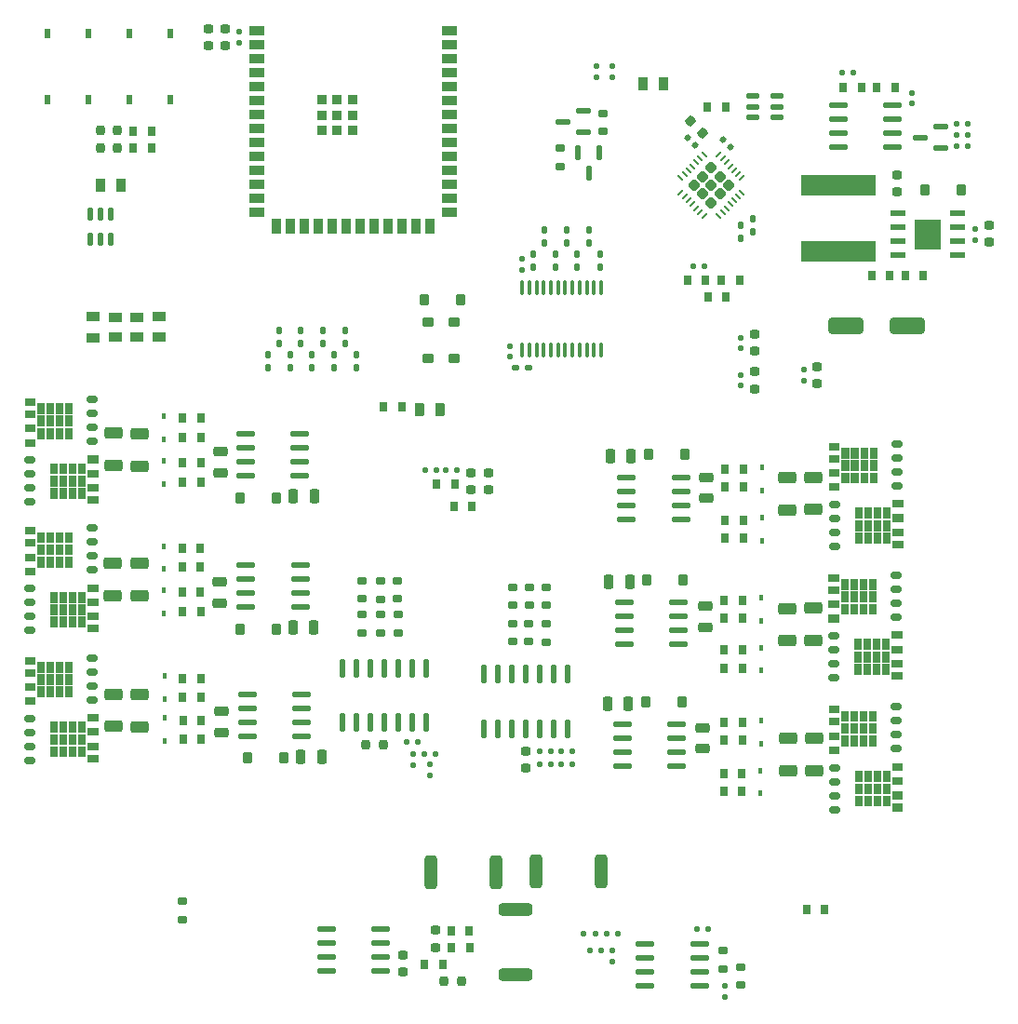
<source format=gbr>
%TF.GenerationSoftware,KiCad,Pcbnew,8.0.1*%
%TF.CreationDate,2024-05-15T20:02:36+03:00*%
%TF.ProjectId,ESP32_dual_ESC,45535033-325f-4647-9561-6c5f4553432e,rev?*%
%TF.SameCoordinates,Original*%
%TF.FileFunction,Paste,Top*%
%TF.FilePolarity,Positive*%
%FSLAX46Y46*%
G04 Gerber Fmt 4.6, Leading zero omitted, Abs format (unit mm)*
G04 Created by KiCad (PCBNEW 8.0.1) date 2024-05-15 20:02:36*
%MOMM*%
%LPD*%
G01*
G04 APERTURE LIST*
G04 Aperture macros list*
%AMRoundRect*
0 Rectangle with rounded corners*
0 $1 Rounding radius*
0 $2 $3 $4 $5 $6 $7 $8 $9 X,Y pos of 4 corners*
0 Add a 4 corners polygon primitive as box body*
4,1,4,$2,$3,$4,$5,$6,$7,$8,$9,$2,$3,0*
0 Add four circle primitives for the rounded corners*
1,1,$1+$1,$2,$3*
1,1,$1+$1,$4,$5*
1,1,$1+$1,$6,$7*
1,1,$1+$1,$8,$9*
0 Add four rect primitives between the rounded corners*
20,1,$1+$1,$2,$3,$4,$5,0*
20,1,$1+$1,$4,$5,$6,$7,0*
20,1,$1+$1,$6,$7,$8,$9,0*
20,1,$1+$1,$8,$9,$2,$3,0*%
G04 Aperture macros list end*
%ADD10C,0.001000*%
%ADD11RoundRect,0.225000X0.405000X-0.236250X0.405000X0.236250X-0.405000X0.236250X-0.405000X-0.236250X0*%
%ADD12RoundRect,0.225000X-0.236250X-0.405000X0.236250X-0.405000X0.236250X0.405000X-0.236250X0.405000X0*%
%ADD13RoundRect,0.225000X0.236250X0.405000X-0.236250X0.405000X-0.236250X-0.405000X0.236250X-0.405000X0*%
%ADD14RoundRect,0.180000X-0.180000X-0.247500X0.180000X-0.247500X0.180000X0.247500X-0.180000X0.247500X0*%
%ADD15RoundRect,0.090000X0.090000X-0.573750X0.090000X0.573750X-0.090000X0.573750X-0.090000X-0.573750X0*%
%ADD16RoundRect,0.225000X0.225000X0.427500X-0.225000X0.427500X-0.225000X-0.427500X0.225000X-0.427500X0*%
%ADD17RoundRect,0.126000X-0.153000X0.126000X-0.153000X-0.126000X0.153000X-0.126000X0.153000X0.126000X0*%
%ADD18RoundRect,0.126000X0.153000X-0.126000X0.153000X0.126000X-0.153000X0.126000X-0.153000X-0.126000X0*%
%ADD19RoundRect,0.202500X-0.202500X-0.225000X0.202500X-0.225000X0.202500X0.225000X-0.202500X0.225000X0*%
%ADD20RoundRect,0.135000X-0.135000X0.528750X-0.135000X-0.528750X0.135000X-0.528750X0.135000X0.528750X0*%
%ADD21RoundRect,0.219375X-0.219375X-0.410625X0.219375X-0.410625X0.219375X0.410625X-0.219375X0.410625X0*%
%ADD22RoundRect,0.225000X0.427500X-0.225000X0.427500X0.225000X-0.427500X0.225000X-0.427500X-0.225000X0*%
%ADD23RoundRect,0.121500X0.166500X-0.121500X0.166500X0.121500X-0.166500X0.121500X-0.166500X-0.121500X0*%
%ADD24RoundRect,0.144000X0.144000X-0.177750X0.144000X0.177750X-0.144000X0.177750X-0.144000X-0.177750X0*%
%ADD25RoundRect,0.202500X0.202500X0.337500X-0.202500X0.337500X-0.202500X-0.337500X0.202500X-0.337500X0*%
%ADD26RoundRect,0.180000X0.247500X-0.180000X0.247500X0.180000X-0.247500X0.180000X-0.247500X-0.180000X0*%
%ADD27RoundRect,0.202500X-0.225000X0.202500X-0.225000X-0.202500X0.225000X-0.202500X0.225000X0.202500X0*%
%ADD28RoundRect,0.180000X0.180000X0.247500X-0.180000X0.247500X-0.180000X-0.247500X0.180000X-0.247500X0*%
%ADD29RoundRect,0.135000X-0.742500X-0.135000X0.742500X-0.135000X0.742500X0.135000X-0.742500X0.135000X0*%
%ADD30RoundRect,0.202500X0.225000X-0.202500X0.225000X0.202500X-0.225000X0.202500X-0.225000X-0.202500X0*%
%ADD31RoundRect,0.225000X-0.585000X0.292500X-0.585000X-0.292500X0.585000X-0.292500X0.585000X0.292500X0*%
%ADD32RoundRect,0.135000X0.528750X0.135000X-0.528750X0.135000X-0.528750X-0.135000X0.528750X-0.135000X0*%
%ADD33RoundRect,0.126000X0.126000X0.153000X-0.126000X0.153000X-0.126000X-0.153000X0.126000X-0.153000X0*%
%ADD34RoundRect,0.225000X-0.225000X-0.427500X0.225000X-0.427500X0.225000X0.427500X-0.225000X0.427500X0*%
%ADD35RoundRect,0.121500X0.121500X0.166500X-0.121500X0.166500X-0.121500X-0.166500X0.121500X-0.166500X0*%
%ADD36RoundRect,0.135000X0.135000X-0.742500X0.135000X0.742500X-0.135000X0.742500X-0.135000X-0.742500X0*%
%ADD37RoundRect,0.196875X0.196875X0.230625X-0.196875X0.230625X-0.196875X-0.230625X0.196875X-0.230625X0*%
%ADD38RoundRect,0.157500X-0.360000X0.157500X-0.360000X-0.157500X0.360000X-0.157500X0.360000X0.157500X0*%
%ADD39RoundRect,0.180000X-0.247500X0.180000X-0.247500X-0.180000X0.247500X-0.180000X0.247500X0.180000X0*%
%ADD40RoundRect,0.157500X0.360000X-0.157500X0.360000X0.157500X-0.360000X0.157500X-0.360000X-0.157500X0*%
%ADD41RoundRect,0.144000X-0.177750X-0.144000X0.177750X-0.144000X0.177750X0.144000X-0.177750X0.144000X0*%
%ADD42RoundRect,0.225000X-0.427500X0.225000X-0.427500X-0.225000X0.427500X-0.225000X0.427500X0.225000X0*%
%ADD43RoundRect,0.101250X-0.101250X0.168750X-0.101250X-0.168750X0.101250X-0.168750X0.101250X0.168750X0*%
%ADD44RoundRect,0.101250X0.101250X-0.168750X0.101250X0.168750X-0.101250X0.168750X-0.101250X-0.168750X0*%
%ADD45RoundRect,0.202500X-0.202500X-0.337500X0.202500X-0.337500X0.202500X0.337500X-0.202500X0.337500X0*%
%ADD46RoundRect,0.121500X-0.121500X-0.166500X0.121500X-0.166500X0.121500X0.166500X-0.121500X0.166500X0*%
%ADD47RoundRect,0.225000X-0.326250X-1.282500X0.326250X-1.282500X0.326250X1.282500X-0.326250X1.282500X0*%
%ADD48RoundRect,0.225000X-1.350000X-0.495000X1.350000X-0.495000X1.350000X0.495000X-1.350000X0.495000X0*%
%ADD49RoundRect,0.225000X0.326250X1.282500X-0.326250X1.282500X-0.326250X-1.282500X0.326250X-1.282500X0*%
%ADD50R,1.395000X0.540000*%
%ADD51R,2.340000X2.790000*%
%ADD52RoundRect,0.121500X-0.166500X0.121500X-0.166500X-0.121500X0.166500X-0.121500X0.166500X0.121500X0*%
%ADD53R,0.630000X0.900000*%
%ADD54RoundRect,0.135000X0.742500X0.135000X-0.742500X0.135000X-0.742500X-0.135000X0.742500X-0.135000X0*%
%ADD55RoundRect,0.126000X-0.126000X-0.153000X0.126000X-0.153000X0.126000X0.153000X-0.126000X0.153000X0*%
%ADD56RoundRect,0.219375X0.410625X-0.219375X0.410625X0.219375X-0.410625X0.219375X-0.410625X-0.219375X0*%
%ADD57RoundRect,0.126000X-0.197283X-0.019092X-0.019092X-0.197283X0.197283X0.019092X0.019092X0.197283X0*%
%ADD58RoundRect,0.225000X0.585000X-0.292500X0.585000X0.292500X-0.585000X0.292500X-0.585000X-0.292500X0*%
%ADD59RoundRect,0.202500X0.302288X0.015910X0.015910X0.302288X-0.302288X-0.015910X-0.015910X-0.302288X0*%
%ADD60RoundRect,0.202500X0.202500X0.225000X-0.202500X0.225000X-0.202500X-0.225000X0.202500X-0.225000X0*%
%ADD61RoundRect,0.135000X0.135000X-0.461250X0.135000X0.461250X-0.135000X0.461250X-0.135000X-0.461250X0*%
%ADD62RoundRect,0.202500X-0.337500X0.202500X-0.337500X-0.202500X0.337500X-0.202500X0.337500X0.202500X0*%
%ADD63R,6.750000X1.980000*%
%ADD64RoundRect,0.225000X-1.282500X0.326250X-1.282500X-0.326250X1.282500X-0.326250X1.282500X0.326250X0*%
%ADD65RoundRect,0.225000X0.000000X0.318198X-0.318198X0.000000X0.000000X-0.318198X0.318198X0.000000X0*%
%ADD66RoundRect,0.056250X0.175009X0.254558X-0.254558X-0.175009X-0.175009X-0.254558X0.254558X0.175009X0*%
%ADD67RoundRect,0.056250X-0.175009X0.254558X-0.254558X0.175009X0.175009X-0.254558X0.254558X-0.175009X0*%
%ADD68RoundRect,0.135000X0.461250X0.135000X-0.461250X0.135000X-0.461250X-0.135000X0.461250X-0.135000X0*%
%ADD69R,1.350000X0.810000*%
%ADD70R,0.810000X1.350000*%
%ADD71R,0.810000X0.810000*%
G04 APERTURE END LIST*
%TO.C,Q8*%
D10*
X136240821Y-95139000D02*
X135640821Y-95139000D01*
X135640821Y-96039000D01*
X136240821Y-96039000D01*
X136240821Y-95139000D01*
G36*
X136240821Y-95139000D02*
G01*
X135640821Y-95139000D01*
X135640821Y-96039000D01*
X136240821Y-96039000D01*
X136240821Y-95139000D01*
G37*
X136240821Y-96289000D02*
X135640821Y-96289000D01*
X135640821Y-97189000D01*
X136240821Y-97189000D01*
X136240821Y-96289000D01*
G36*
X136240821Y-96289000D02*
G01*
X135640821Y-96289000D01*
X135640821Y-97189000D01*
X136240821Y-97189000D01*
X136240821Y-96289000D01*
G37*
X136240821Y-97389000D02*
X135640821Y-97389000D01*
X135640821Y-98289000D01*
X136240821Y-98289000D01*
X136240821Y-97389000D01*
G36*
X136240821Y-97389000D02*
G01*
X135640821Y-97389000D01*
X135640821Y-98289000D01*
X136240821Y-98289000D01*
X136240821Y-97389000D01*
G37*
X137090821Y-95139000D02*
X136490821Y-95139000D01*
X136490821Y-96039000D01*
X137090821Y-96039000D01*
X137090821Y-95139000D01*
G36*
X137090821Y-95139000D02*
G01*
X136490821Y-95139000D01*
X136490821Y-96039000D01*
X137090821Y-96039000D01*
X137090821Y-95139000D01*
G37*
X137090821Y-96289000D02*
X136490821Y-96289000D01*
X136490821Y-97189000D01*
X137090821Y-97189000D01*
X137090821Y-96289000D01*
G36*
X137090821Y-96289000D02*
G01*
X136490821Y-96289000D01*
X136490821Y-97189000D01*
X137090821Y-97189000D01*
X137090821Y-96289000D01*
G37*
X137090821Y-97389000D02*
X136490821Y-97389000D01*
X136490821Y-98289000D01*
X137090821Y-98289000D01*
X137090821Y-97389000D01*
G36*
X137090821Y-97389000D02*
G01*
X136490821Y-97389000D01*
X136490821Y-98289000D01*
X137090821Y-98289000D01*
X137090821Y-97389000D01*
G37*
X137940821Y-95139000D02*
X137340821Y-95139000D01*
X137340821Y-96039000D01*
X137940821Y-96039000D01*
X137940821Y-95139000D01*
G36*
X137940821Y-95139000D02*
G01*
X137340821Y-95139000D01*
X137340821Y-96039000D01*
X137940821Y-96039000D01*
X137940821Y-95139000D01*
G37*
X137940821Y-96289000D02*
X137340821Y-96289000D01*
X137340821Y-97189000D01*
X137940821Y-97189000D01*
X137940821Y-96289000D01*
G36*
X137940821Y-96289000D02*
G01*
X137340821Y-96289000D01*
X137340821Y-97189000D01*
X137940821Y-97189000D01*
X137940821Y-96289000D01*
G37*
X137940821Y-97389000D02*
X137340821Y-97389000D01*
X137340821Y-98289000D01*
X137940821Y-98289000D01*
X137940821Y-97389000D01*
G36*
X137940821Y-97389000D02*
G01*
X137340821Y-97389000D01*
X137340821Y-98289000D01*
X137940821Y-98289000D01*
X137940821Y-97389000D01*
G37*
X138790821Y-95139000D02*
X138190821Y-95139000D01*
X138190821Y-96039000D01*
X138790821Y-96039000D01*
X138790821Y-95139000D01*
G36*
X138790821Y-95139000D02*
G01*
X138190821Y-95139000D01*
X138190821Y-96039000D01*
X138790821Y-96039000D01*
X138790821Y-95139000D01*
G37*
X138790821Y-96289000D02*
X138190821Y-96289000D01*
X138190821Y-97189000D01*
X138790821Y-97189000D01*
X138790821Y-96289000D01*
G36*
X138790821Y-96289000D02*
G01*
X138190821Y-96289000D01*
X138190821Y-97189000D01*
X138790821Y-97189000D01*
X138790821Y-96289000D01*
G37*
X138790821Y-97389000D02*
X138190821Y-97389000D01*
X138190821Y-98289000D01*
X138790821Y-98289000D01*
X138790821Y-97389000D01*
G36*
X138790821Y-97389000D02*
G01*
X138190821Y-97389000D01*
X138190821Y-98289000D01*
X138790821Y-98289000D01*
X138790821Y-97389000D01*
G37*
X139040821Y-94439000D02*
X139940821Y-94439000D01*
X139940821Y-95039000D01*
X139040821Y-95039000D01*
X139040821Y-94439000D01*
G36*
X139040821Y-94439000D02*
G01*
X139940821Y-94439000D01*
X139940821Y-95039000D01*
X139040821Y-95039000D01*
X139040821Y-94439000D01*
G37*
X139040821Y-95739000D02*
X139940821Y-95739000D01*
X139940821Y-96339000D01*
X139040821Y-96339000D01*
X139040821Y-95739000D01*
G36*
X139040821Y-95739000D02*
G01*
X139940821Y-95739000D01*
X139940821Y-96339000D01*
X139040821Y-96339000D01*
X139040821Y-95739000D01*
G37*
X139040821Y-97039000D02*
X139940821Y-97039000D01*
X139940821Y-97639000D01*
X139040821Y-97639000D01*
X139040821Y-97039000D01*
G36*
X139040821Y-97039000D02*
G01*
X139940821Y-97039000D01*
X139940821Y-97639000D01*
X139040821Y-97639000D01*
X139040821Y-97039000D01*
G37*
X139040821Y-98139000D02*
X139940821Y-98139000D01*
X139940821Y-98739000D01*
X139040821Y-98739000D01*
X139040821Y-98139000D01*
G36*
X139040821Y-98139000D02*
G01*
X139940821Y-98139000D01*
X139940821Y-98739000D01*
X139040821Y-98739000D01*
X139040821Y-98139000D01*
G37*
%TO.C,Q6*%
X60998621Y-85805000D02*
X60098621Y-85805000D01*
X60098621Y-85205000D01*
X60998621Y-85205000D01*
X60998621Y-85805000D01*
G36*
X60998621Y-85805000D02*
G01*
X60098621Y-85805000D01*
X60098621Y-85205000D01*
X60998621Y-85205000D01*
X60998621Y-85805000D01*
G37*
X60998621Y-86905000D02*
X60098621Y-86905000D01*
X60098621Y-86305000D01*
X60998621Y-86305000D01*
X60998621Y-86905000D01*
G36*
X60998621Y-86905000D02*
G01*
X60098621Y-86905000D01*
X60098621Y-86305000D01*
X60998621Y-86305000D01*
X60998621Y-86905000D01*
G37*
X60998621Y-88205000D02*
X60098621Y-88205000D01*
X60098621Y-87605000D01*
X60998621Y-87605000D01*
X60998621Y-88205000D01*
G36*
X60998621Y-88205000D02*
G01*
X60098621Y-88205000D01*
X60098621Y-87605000D01*
X60998621Y-87605000D01*
X60998621Y-88205000D01*
G37*
X60998621Y-89505000D02*
X60098621Y-89505000D01*
X60098621Y-88905000D01*
X60998621Y-88905000D01*
X60998621Y-89505000D01*
G36*
X60998621Y-89505000D02*
G01*
X60098621Y-89505000D01*
X60098621Y-88905000D01*
X60998621Y-88905000D01*
X60998621Y-89505000D01*
G37*
X61248621Y-86555000D02*
X61848621Y-86555000D01*
X61848621Y-85655000D01*
X61248621Y-85655000D01*
X61248621Y-86555000D01*
G36*
X61248621Y-86555000D02*
G01*
X61848621Y-86555000D01*
X61848621Y-85655000D01*
X61248621Y-85655000D01*
X61248621Y-86555000D01*
G37*
X61248621Y-87655000D02*
X61848621Y-87655000D01*
X61848621Y-86755000D01*
X61248621Y-86755000D01*
X61248621Y-87655000D01*
G36*
X61248621Y-87655000D02*
G01*
X61848621Y-87655000D01*
X61848621Y-86755000D01*
X61248621Y-86755000D01*
X61248621Y-87655000D01*
G37*
X61248621Y-88805000D02*
X61848621Y-88805000D01*
X61848621Y-87905000D01*
X61248621Y-87905000D01*
X61248621Y-88805000D01*
G36*
X61248621Y-88805000D02*
G01*
X61848621Y-88805000D01*
X61848621Y-87905000D01*
X61248621Y-87905000D01*
X61248621Y-88805000D01*
G37*
X62098621Y-86555000D02*
X62698621Y-86555000D01*
X62698621Y-85655000D01*
X62098621Y-85655000D01*
X62098621Y-86555000D01*
G36*
X62098621Y-86555000D02*
G01*
X62698621Y-86555000D01*
X62698621Y-85655000D01*
X62098621Y-85655000D01*
X62098621Y-86555000D01*
G37*
X62098621Y-87655000D02*
X62698621Y-87655000D01*
X62698621Y-86755000D01*
X62098621Y-86755000D01*
X62098621Y-87655000D01*
G36*
X62098621Y-87655000D02*
G01*
X62698621Y-87655000D01*
X62698621Y-86755000D01*
X62098621Y-86755000D01*
X62098621Y-87655000D01*
G37*
X62098621Y-88805000D02*
X62698621Y-88805000D01*
X62698621Y-87905000D01*
X62098621Y-87905000D01*
X62098621Y-88805000D01*
G36*
X62098621Y-88805000D02*
G01*
X62698621Y-88805000D01*
X62698621Y-87905000D01*
X62098621Y-87905000D01*
X62098621Y-88805000D01*
G37*
X62948621Y-86555000D02*
X63548621Y-86555000D01*
X63548621Y-85655000D01*
X62948621Y-85655000D01*
X62948621Y-86555000D01*
G36*
X62948621Y-86555000D02*
G01*
X63548621Y-86555000D01*
X63548621Y-85655000D01*
X62948621Y-85655000D01*
X62948621Y-86555000D01*
G37*
X62948621Y-87655000D02*
X63548621Y-87655000D01*
X63548621Y-86755000D01*
X62948621Y-86755000D01*
X62948621Y-87655000D01*
G36*
X62948621Y-87655000D02*
G01*
X63548621Y-87655000D01*
X63548621Y-86755000D01*
X62948621Y-86755000D01*
X62948621Y-87655000D01*
G37*
X62948621Y-88805000D02*
X63548621Y-88805000D01*
X63548621Y-87905000D01*
X62948621Y-87905000D01*
X62948621Y-88805000D01*
G36*
X62948621Y-88805000D02*
G01*
X63548621Y-88805000D01*
X63548621Y-87905000D01*
X62948621Y-87905000D01*
X62948621Y-88805000D01*
G37*
X63798621Y-86555000D02*
X64398621Y-86555000D01*
X64398621Y-85655000D01*
X63798621Y-85655000D01*
X63798621Y-86555000D01*
G36*
X63798621Y-86555000D02*
G01*
X64398621Y-86555000D01*
X64398621Y-85655000D01*
X63798621Y-85655000D01*
X63798621Y-86555000D01*
G37*
X63798621Y-87655000D02*
X64398621Y-87655000D01*
X64398621Y-86755000D01*
X63798621Y-86755000D01*
X63798621Y-87655000D01*
G36*
X63798621Y-87655000D02*
G01*
X64398621Y-87655000D01*
X64398621Y-86755000D01*
X63798621Y-86755000D01*
X63798621Y-87655000D01*
G37*
X63798621Y-88805000D02*
X64398621Y-88805000D01*
X64398621Y-87905000D01*
X63798621Y-87905000D01*
X63798621Y-88805000D01*
G36*
X63798621Y-88805000D02*
G01*
X64398621Y-88805000D01*
X64398621Y-87905000D01*
X63798621Y-87905000D01*
X63798621Y-88805000D01*
G37*
%TO.C,Q1*%
X63018621Y-114605000D02*
X62418621Y-114605000D01*
X62418621Y-115505000D01*
X63018621Y-115505000D01*
X63018621Y-114605000D01*
G36*
X63018621Y-114605000D02*
G01*
X62418621Y-114605000D01*
X62418621Y-115505000D01*
X63018621Y-115505000D01*
X63018621Y-114605000D01*
G37*
X63018621Y-115755000D02*
X62418621Y-115755000D01*
X62418621Y-116655000D01*
X63018621Y-116655000D01*
X63018621Y-115755000D01*
G36*
X63018621Y-115755000D02*
G01*
X62418621Y-115755000D01*
X62418621Y-116655000D01*
X63018621Y-116655000D01*
X63018621Y-115755000D01*
G37*
X63018621Y-116855000D02*
X62418621Y-116855000D01*
X62418621Y-117755000D01*
X63018621Y-117755000D01*
X63018621Y-116855000D01*
G36*
X63018621Y-116855000D02*
G01*
X62418621Y-116855000D01*
X62418621Y-117755000D01*
X63018621Y-117755000D01*
X63018621Y-116855000D01*
G37*
X63868621Y-114605000D02*
X63268621Y-114605000D01*
X63268621Y-115505000D01*
X63868621Y-115505000D01*
X63868621Y-114605000D01*
G36*
X63868621Y-114605000D02*
G01*
X63268621Y-114605000D01*
X63268621Y-115505000D01*
X63868621Y-115505000D01*
X63868621Y-114605000D01*
G37*
X63868621Y-115755000D02*
X63268621Y-115755000D01*
X63268621Y-116655000D01*
X63868621Y-116655000D01*
X63868621Y-115755000D01*
G36*
X63868621Y-115755000D02*
G01*
X63268621Y-115755000D01*
X63268621Y-116655000D01*
X63868621Y-116655000D01*
X63868621Y-115755000D01*
G37*
X63868621Y-116855000D02*
X63268621Y-116855000D01*
X63268621Y-117755000D01*
X63868621Y-117755000D01*
X63868621Y-116855000D01*
G36*
X63868621Y-116855000D02*
G01*
X63268621Y-116855000D01*
X63268621Y-117755000D01*
X63868621Y-117755000D01*
X63868621Y-116855000D01*
G37*
X64718621Y-114605000D02*
X64118621Y-114605000D01*
X64118621Y-115505000D01*
X64718621Y-115505000D01*
X64718621Y-114605000D01*
G36*
X64718621Y-114605000D02*
G01*
X64118621Y-114605000D01*
X64118621Y-115505000D01*
X64718621Y-115505000D01*
X64718621Y-114605000D01*
G37*
X64718621Y-115755000D02*
X64118621Y-115755000D01*
X64118621Y-116655000D01*
X64718621Y-116655000D01*
X64718621Y-115755000D01*
G36*
X64718621Y-115755000D02*
G01*
X64118621Y-115755000D01*
X64118621Y-116655000D01*
X64718621Y-116655000D01*
X64718621Y-115755000D01*
G37*
X64718621Y-116855000D02*
X64118621Y-116855000D01*
X64118621Y-117755000D01*
X64718621Y-117755000D01*
X64718621Y-116855000D01*
G36*
X64718621Y-116855000D02*
G01*
X64118621Y-116855000D01*
X64118621Y-117755000D01*
X64718621Y-117755000D01*
X64718621Y-116855000D01*
G37*
X65568621Y-114605000D02*
X64968621Y-114605000D01*
X64968621Y-115505000D01*
X65568621Y-115505000D01*
X65568621Y-114605000D01*
G36*
X65568621Y-114605000D02*
G01*
X64968621Y-114605000D01*
X64968621Y-115505000D01*
X65568621Y-115505000D01*
X65568621Y-114605000D01*
G37*
X65568621Y-115755000D02*
X64968621Y-115755000D01*
X64968621Y-116655000D01*
X65568621Y-116655000D01*
X65568621Y-115755000D01*
G36*
X65568621Y-115755000D02*
G01*
X64968621Y-115755000D01*
X64968621Y-116655000D01*
X65568621Y-116655000D01*
X65568621Y-115755000D01*
G37*
X65568621Y-116855000D02*
X64968621Y-116855000D01*
X64968621Y-117755000D01*
X65568621Y-117755000D01*
X65568621Y-116855000D01*
G36*
X65568621Y-116855000D02*
G01*
X64968621Y-116855000D01*
X64968621Y-117755000D01*
X65568621Y-117755000D01*
X65568621Y-116855000D01*
G37*
X65818621Y-113905000D02*
X66718621Y-113905000D01*
X66718621Y-114505000D01*
X65818621Y-114505000D01*
X65818621Y-113905000D01*
G36*
X65818621Y-113905000D02*
G01*
X66718621Y-113905000D01*
X66718621Y-114505000D01*
X65818621Y-114505000D01*
X65818621Y-113905000D01*
G37*
X65818621Y-115205000D02*
X66718621Y-115205000D01*
X66718621Y-115805000D01*
X65818621Y-115805000D01*
X65818621Y-115205000D01*
G36*
X65818621Y-115205000D02*
G01*
X66718621Y-115205000D01*
X66718621Y-115805000D01*
X65818621Y-115805000D01*
X65818621Y-115205000D01*
G37*
X65818621Y-116505000D02*
X66718621Y-116505000D01*
X66718621Y-117105000D01*
X65818621Y-117105000D01*
X65818621Y-116505000D01*
G36*
X65818621Y-116505000D02*
G01*
X66718621Y-116505000D01*
X66718621Y-117105000D01*
X65818621Y-117105000D01*
X65818621Y-116505000D01*
G37*
X65818621Y-117605000D02*
X66718621Y-117605000D01*
X66718621Y-118205000D01*
X65818621Y-118205000D01*
X65818621Y-117605000D01*
G36*
X65818621Y-117605000D02*
G01*
X66718621Y-117605000D01*
X66718621Y-118205000D01*
X65818621Y-118205000D01*
X65818621Y-117605000D01*
G37*
%TO.C,Q5*%
X63018621Y-91105000D02*
X62418621Y-91105000D01*
X62418621Y-92005000D01*
X63018621Y-92005000D01*
X63018621Y-91105000D01*
G36*
X63018621Y-91105000D02*
G01*
X62418621Y-91105000D01*
X62418621Y-92005000D01*
X63018621Y-92005000D01*
X63018621Y-91105000D01*
G37*
X63018621Y-92255000D02*
X62418621Y-92255000D01*
X62418621Y-93155000D01*
X63018621Y-93155000D01*
X63018621Y-92255000D01*
G36*
X63018621Y-92255000D02*
G01*
X62418621Y-92255000D01*
X62418621Y-93155000D01*
X63018621Y-93155000D01*
X63018621Y-92255000D01*
G37*
X63018621Y-93355000D02*
X62418621Y-93355000D01*
X62418621Y-94255000D01*
X63018621Y-94255000D01*
X63018621Y-93355000D01*
G36*
X63018621Y-93355000D02*
G01*
X62418621Y-93355000D01*
X62418621Y-94255000D01*
X63018621Y-94255000D01*
X63018621Y-93355000D01*
G37*
X63868621Y-91105000D02*
X63268621Y-91105000D01*
X63268621Y-92005000D01*
X63868621Y-92005000D01*
X63868621Y-91105000D01*
G36*
X63868621Y-91105000D02*
G01*
X63268621Y-91105000D01*
X63268621Y-92005000D01*
X63868621Y-92005000D01*
X63868621Y-91105000D01*
G37*
X63868621Y-92255000D02*
X63268621Y-92255000D01*
X63268621Y-93155000D01*
X63868621Y-93155000D01*
X63868621Y-92255000D01*
G36*
X63868621Y-92255000D02*
G01*
X63268621Y-92255000D01*
X63268621Y-93155000D01*
X63868621Y-93155000D01*
X63868621Y-92255000D01*
G37*
X63868621Y-93355000D02*
X63268621Y-93355000D01*
X63268621Y-94255000D01*
X63868621Y-94255000D01*
X63868621Y-93355000D01*
G36*
X63868621Y-93355000D02*
G01*
X63268621Y-93355000D01*
X63268621Y-94255000D01*
X63868621Y-94255000D01*
X63868621Y-93355000D01*
G37*
X64718621Y-91105000D02*
X64118621Y-91105000D01*
X64118621Y-92005000D01*
X64718621Y-92005000D01*
X64718621Y-91105000D01*
G36*
X64718621Y-91105000D02*
G01*
X64118621Y-91105000D01*
X64118621Y-92005000D01*
X64718621Y-92005000D01*
X64718621Y-91105000D01*
G37*
X64718621Y-92255000D02*
X64118621Y-92255000D01*
X64118621Y-93155000D01*
X64718621Y-93155000D01*
X64718621Y-92255000D01*
G36*
X64718621Y-92255000D02*
G01*
X64118621Y-92255000D01*
X64118621Y-93155000D01*
X64718621Y-93155000D01*
X64718621Y-92255000D01*
G37*
X64718621Y-93355000D02*
X64118621Y-93355000D01*
X64118621Y-94255000D01*
X64718621Y-94255000D01*
X64718621Y-93355000D01*
G36*
X64718621Y-93355000D02*
G01*
X64118621Y-93355000D01*
X64118621Y-94255000D01*
X64718621Y-94255000D01*
X64718621Y-93355000D01*
G37*
X65568621Y-91105000D02*
X64968621Y-91105000D01*
X64968621Y-92005000D01*
X65568621Y-92005000D01*
X65568621Y-91105000D01*
G36*
X65568621Y-91105000D02*
G01*
X64968621Y-91105000D01*
X64968621Y-92005000D01*
X65568621Y-92005000D01*
X65568621Y-91105000D01*
G37*
X65568621Y-92255000D02*
X64968621Y-92255000D01*
X64968621Y-93155000D01*
X65568621Y-93155000D01*
X65568621Y-92255000D01*
G36*
X65568621Y-92255000D02*
G01*
X64968621Y-92255000D01*
X64968621Y-93155000D01*
X65568621Y-93155000D01*
X65568621Y-92255000D01*
G37*
X65568621Y-93355000D02*
X64968621Y-93355000D01*
X64968621Y-94255000D01*
X65568621Y-94255000D01*
X65568621Y-93355000D01*
G36*
X65568621Y-93355000D02*
G01*
X64968621Y-93355000D01*
X64968621Y-94255000D01*
X65568621Y-94255000D01*
X65568621Y-93355000D01*
G37*
X65818621Y-90405000D02*
X66718621Y-90405000D01*
X66718621Y-91005000D01*
X65818621Y-91005000D01*
X65818621Y-90405000D01*
G36*
X65818621Y-90405000D02*
G01*
X66718621Y-90405000D01*
X66718621Y-91005000D01*
X65818621Y-91005000D01*
X65818621Y-90405000D01*
G37*
X65818621Y-91705000D02*
X66718621Y-91705000D01*
X66718621Y-92305000D01*
X65818621Y-92305000D01*
X65818621Y-91705000D01*
G36*
X65818621Y-91705000D02*
G01*
X66718621Y-91705000D01*
X66718621Y-92305000D01*
X65818621Y-92305000D01*
X65818621Y-91705000D01*
G37*
X65818621Y-93005000D02*
X66718621Y-93005000D01*
X66718621Y-93605000D01*
X65818621Y-93605000D01*
X65818621Y-93005000D01*
G36*
X65818621Y-93005000D02*
G01*
X66718621Y-93005000D01*
X66718621Y-93605000D01*
X65818621Y-93605000D01*
X65818621Y-93005000D01*
G37*
X65818621Y-94105000D02*
X66718621Y-94105000D01*
X66718621Y-94705000D01*
X65818621Y-94705000D01*
X65818621Y-94105000D01*
G36*
X65818621Y-94105000D02*
G01*
X66718621Y-94105000D01*
X66718621Y-94705000D01*
X65818621Y-94705000D01*
X65818621Y-94105000D01*
G37*
%TO.C,Q2*%
X60998621Y-109305000D02*
X60098621Y-109305000D01*
X60098621Y-108705000D01*
X60998621Y-108705000D01*
X60998621Y-109305000D01*
G36*
X60998621Y-109305000D02*
G01*
X60098621Y-109305000D01*
X60098621Y-108705000D01*
X60998621Y-108705000D01*
X60998621Y-109305000D01*
G37*
X60998621Y-110405000D02*
X60098621Y-110405000D01*
X60098621Y-109805000D01*
X60998621Y-109805000D01*
X60998621Y-110405000D01*
G36*
X60998621Y-110405000D02*
G01*
X60098621Y-110405000D01*
X60098621Y-109805000D01*
X60998621Y-109805000D01*
X60998621Y-110405000D01*
G37*
X60998621Y-111705000D02*
X60098621Y-111705000D01*
X60098621Y-111105000D01*
X60998621Y-111105000D01*
X60998621Y-111705000D01*
G36*
X60998621Y-111705000D02*
G01*
X60098621Y-111705000D01*
X60098621Y-111105000D01*
X60998621Y-111105000D01*
X60998621Y-111705000D01*
G37*
X60998621Y-113005000D02*
X60098621Y-113005000D01*
X60098621Y-112405000D01*
X60998621Y-112405000D01*
X60998621Y-113005000D01*
G36*
X60998621Y-113005000D02*
G01*
X60098621Y-113005000D01*
X60098621Y-112405000D01*
X60998621Y-112405000D01*
X60998621Y-113005000D01*
G37*
X61248621Y-110055000D02*
X61848621Y-110055000D01*
X61848621Y-109155000D01*
X61248621Y-109155000D01*
X61248621Y-110055000D01*
G36*
X61248621Y-110055000D02*
G01*
X61848621Y-110055000D01*
X61848621Y-109155000D01*
X61248621Y-109155000D01*
X61248621Y-110055000D01*
G37*
X61248621Y-111155000D02*
X61848621Y-111155000D01*
X61848621Y-110255000D01*
X61248621Y-110255000D01*
X61248621Y-111155000D01*
G36*
X61248621Y-111155000D02*
G01*
X61848621Y-111155000D01*
X61848621Y-110255000D01*
X61248621Y-110255000D01*
X61248621Y-111155000D01*
G37*
X61248621Y-112305000D02*
X61848621Y-112305000D01*
X61848621Y-111405000D01*
X61248621Y-111405000D01*
X61248621Y-112305000D01*
G36*
X61248621Y-112305000D02*
G01*
X61848621Y-112305000D01*
X61848621Y-111405000D01*
X61248621Y-111405000D01*
X61248621Y-112305000D01*
G37*
X62098621Y-110055000D02*
X62698621Y-110055000D01*
X62698621Y-109155000D01*
X62098621Y-109155000D01*
X62098621Y-110055000D01*
G36*
X62098621Y-110055000D02*
G01*
X62698621Y-110055000D01*
X62698621Y-109155000D01*
X62098621Y-109155000D01*
X62098621Y-110055000D01*
G37*
X62098621Y-111155000D02*
X62698621Y-111155000D01*
X62698621Y-110255000D01*
X62098621Y-110255000D01*
X62098621Y-111155000D01*
G36*
X62098621Y-111155000D02*
G01*
X62698621Y-111155000D01*
X62698621Y-110255000D01*
X62098621Y-110255000D01*
X62098621Y-111155000D01*
G37*
X62098621Y-112305000D02*
X62698621Y-112305000D01*
X62698621Y-111405000D01*
X62098621Y-111405000D01*
X62098621Y-112305000D01*
G36*
X62098621Y-112305000D02*
G01*
X62698621Y-112305000D01*
X62698621Y-111405000D01*
X62098621Y-111405000D01*
X62098621Y-112305000D01*
G37*
X62948621Y-110055000D02*
X63548621Y-110055000D01*
X63548621Y-109155000D01*
X62948621Y-109155000D01*
X62948621Y-110055000D01*
G36*
X62948621Y-110055000D02*
G01*
X63548621Y-110055000D01*
X63548621Y-109155000D01*
X62948621Y-109155000D01*
X62948621Y-110055000D01*
G37*
X62948621Y-111155000D02*
X63548621Y-111155000D01*
X63548621Y-110255000D01*
X62948621Y-110255000D01*
X62948621Y-111155000D01*
G36*
X62948621Y-111155000D02*
G01*
X63548621Y-111155000D01*
X63548621Y-110255000D01*
X62948621Y-110255000D01*
X62948621Y-111155000D01*
G37*
X62948621Y-112305000D02*
X63548621Y-112305000D01*
X63548621Y-111405000D01*
X62948621Y-111405000D01*
X62948621Y-112305000D01*
G36*
X62948621Y-112305000D02*
G01*
X63548621Y-112305000D01*
X63548621Y-111405000D01*
X62948621Y-111405000D01*
X62948621Y-112305000D01*
G37*
X63798621Y-110055000D02*
X64398621Y-110055000D01*
X64398621Y-109155000D01*
X63798621Y-109155000D01*
X63798621Y-110055000D01*
G36*
X63798621Y-110055000D02*
G01*
X64398621Y-110055000D01*
X64398621Y-109155000D01*
X63798621Y-109155000D01*
X63798621Y-110055000D01*
G37*
X63798621Y-111155000D02*
X64398621Y-111155000D01*
X64398621Y-110255000D01*
X63798621Y-110255000D01*
X63798621Y-111155000D01*
G36*
X63798621Y-111155000D02*
G01*
X64398621Y-111155000D01*
X64398621Y-110255000D01*
X63798621Y-110255000D01*
X63798621Y-111155000D01*
G37*
X63798621Y-112305000D02*
X64398621Y-112305000D01*
X64398621Y-111405000D01*
X63798621Y-111405000D01*
X63798621Y-112305000D01*
G36*
X63798621Y-112305000D02*
G01*
X64398621Y-112305000D01*
X64398621Y-111405000D01*
X63798621Y-111405000D01*
X63798621Y-112305000D01*
G37*
%TO.C,Q7*%
X134170821Y-89839000D02*
X133270821Y-89839000D01*
X133270821Y-89239000D01*
X134170821Y-89239000D01*
X134170821Y-89839000D01*
G36*
X134170821Y-89839000D02*
G01*
X133270821Y-89839000D01*
X133270821Y-89239000D01*
X134170821Y-89239000D01*
X134170821Y-89839000D01*
G37*
X134170821Y-90939000D02*
X133270821Y-90939000D01*
X133270821Y-90339000D01*
X134170821Y-90339000D01*
X134170821Y-90939000D01*
G36*
X134170821Y-90939000D02*
G01*
X133270821Y-90939000D01*
X133270821Y-90339000D01*
X134170821Y-90339000D01*
X134170821Y-90939000D01*
G37*
X134170821Y-92239000D02*
X133270821Y-92239000D01*
X133270821Y-91639000D01*
X134170821Y-91639000D01*
X134170821Y-92239000D01*
G36*
X134170821Y-92239000D02*
G01*
X133270821Y-92239000D01*
X133270821Y-91639000D01*
X134170821Y-91639000D01*
X134170821Y-92239000D01*
G37*
X134170821Y-93539000D02*
X133270821Y-93539000D01*
X133270821Y-92939000D01*
X134170821Y-92939000D01*
X134170821Y-93539000D01*
G36*
X134170821Y-93539000D02*
G01*
X133270821Y-93539000D01*
X133270821Y-92939000D01*
X134170821Y-92939000D01*
X134170821Y-93539000D01*
G37*
X134420821Y-90589000D02*
X135020821Y-90589000D01*
X135020821Y-89689000D01*
X134420821Y-89689000D01*
X134420821Y-90589000D01*
G36*
X134420821Y-90589000D02*
G01*
X135020821Y-90589000D01*
X135020821Y-89689000D01*
X134420821Y-89689000D01*
X134420821Y-90589000D01*
G37*
X134420821Y-91689000D02*
X135020821Y-91689000D01*
X135020821Y-90789000D01*
X134420821Y-90789000D01*
X134420821Y-91689000D01*
G36*
X134420821Y-91689000D02*
G01*
X135020821Y-91689000D01*
X135020821Y-90789000D01*
X134420821Y-90789000D01*
X134420821Y-91689000D01*
G37*
X134420821Y-92839000D02*
X135020821Y-92839000D01*
X135020821Y-91939000D01*
X134420821Y-91939000D01*
X134420821Y-92839000D01*
G36*
X134420821Y-92839000D02*
G01*
X135020821Y-92839000D01*
X135020821Y-91939000D01*
X134420821Y-91939000D01*
X134420821Y-92839000D01*
G37*
X135270821Y-90589000D02*
X135870821Y-90589000D01*
X135870821Y-89689000D01*
X135270821Y-89689000D01*
X135270821Y-90589000D01*
G36*
X135270821Y-90589000D02*
G01*
X135870821Y-90589000D01*
X135870821Y-89689000D01*
X135270821Y-89689000D01*
X135270821Y-90589000D01*
G37*
X135270821Y-91689000D02*
X135870821Y-91689000D01*
X135870821Y-90789000D01*
X135270821Y-90789000D01*
X135270821Y-91689000D01*
G36*
X135270821Y-91689000D02*
G01*
X135870821Y-91689000D01*
X135870821Y-90789000D01*
X135270821Y-90789000D01*
X135270821Y-91689000D01*
G37*
X135270821Y-92839000D02*
X135870821Y-92839000D01*
X135870821Y-91939000D01*
X135270821Y-91939000D01*
X135270821Y-92839000D01*
G36*
X135270821Y-92839000D02*
G01*
X135870821Y-92839000D01*
X135870821Y-91939000D01*
X135270821Y-91939000D01*
X135270821Y-92839000D01*
G37*
X136120821Y-90589000D02*
X136720821Y-90589000D01*
X136720821Y-89689000D01*
X136120821Y-89689000D01*
X136120821Y-90589000D01*
G36*
X136120821Y-90589000D02*
G01*
X136720821Y-90589000D01*
X136720821Y-89689000D01*
X136120821Y-89689000D01*
X136120821Y-90589000D01*
G37*
X136120821Y-91689000D02*
X136720821Y-91689000D01*
X136720821Y-90789000D01*
X136120821Y-90789000D01*
X136120821Y-91689000D01*
G36*
X136120821Y-91689000D02*
G01*
X136720821Y-91689000D01*
X136720821Y-90789000D01*
X136120821Y-90789000D01*
X136120821Y-91689000D01*
G37*
X136120821Y-92839000D02*
X136720821Y-92839000D01*
X136720821Y-91939000D01*
X136120821Y-91939000D01*
X136120821Y-92839000D01*
G36*
X136120821Y-92839000D02*
G01*
X136720821Y-92839000D01*
X136720821Y-91939000D01*
X136120821Y-91939000D01*
X136120821Y-92839000D01*
G37*
X136970821Y-90589000D02*
X137570821Y-90589000D01*
X137570821Y-89689000D01*
X136970821Y-89689000D01*
X136970821Y-90589000D01*
G36*
X136970821Y-90589000D02*
G01*
X137570821Y-90589000D01*
X137570821Y-89689000D01*
X136970821Y-89689000D01*
X136970821Y-90589000D01*
G37*
X136970821Y-91689000D02*
X137570821Y-91689000D01*
X137570821Y-90789000D01*
X136970821Y-90789000D01*
X136970821Y-91689000D01*
G36*
X136970821Y-91689000D02*
G01*
X137570821Y-91689000D01*
X137570821Y-90789000D01*
X136970821Y-90789000D01*
X136970821Y-91689000D01*
G37*
X136970821Y-92839000D02*
X137570821Y-92839000D01*
X137570821Y-91939000D01*
X136970821Y-91939000D01*
X136970821Y-92839000D01*
G36*
X136970821Y-92839000D02*
G01*
X137570821Y-92839000D01*
X137570821Y-91939000D01*
X136970821Y-91939000D01*
X136970821Y-92839000D01*
G37*
%TO.C,Q3*%
X63018621Y-102805000D02*
X62418621Y-102805000D01*
X62418621Y-103705000D01*
X63018621Y-103705000D01*
X63018621Y-102805000D01*
G36*
X63018621Y-102805000D02*
G01*
X62418621Y-102805000D01*
X62418621Y-103705000D01*
X63018621Y-103705000D01*
X63018621Y-102805000D01*
G37*
X63018621Y-103955000D02*
X62418621Y-103955000D01*
X62418621Y-104855000D01*
X63018621Y-104855000D01*
X63018621Y-103955000D01*
G36*
X63018621Y-103955000D02*
G01*
X62418621Y-103955000D01*
X62418621Y-104855000D01*
X63018621Y-104855000D01*
X63018621Y-103955000D01*
G37*
X63018621Y-105055000D02*
X62418621Y-105055000D01*
X62418621Y-105955000D01*
X63018621Y-105955000D01*
X63018621Y-105055000D01*
G36*
X63018621Y-105055000D02*
G01*
X62418621Y-105055000D01*
X62418621Y-105955000D01*
X63018621Y-105955000D01*
X63018621Y-105055000D01*
G37*
X63868621Y-102805000D02*
X63268621Y-102805000D01*
X63268621Y-103705000D01*
X63868621Y-103705000D01*
X63868621Y-102805000D01*
G36*
X63868621Y-102805000D02*
G01*
X63268621Y-102805000D01*
X63268621Y-103705000D01*
X63868621Y-103705000D01*
X63868621Y-102805000D01*
G37*
X63868621Y-103955000D02*
X63268621Y-103955000D01*
X63268621Y-104855000D01*
X63868621Y-104855000D01*
X63868621Y-103955000D01*
G36*
X63868621Y-103955000D02*
G01*
X63268621Y-103955000D01*
X63268621Y-104855000D01*
X63868621Y-104855000D01*
X63868621Y-103955000D01*
G37*
X63868621Y-105055000D02*
X63268621Y-105055000D01*
X63268621Y-105955000D01*
X63868621Y-105955000D01*
X63868621Y-105055000D01*
G36*
X63868621Y-105055000D02*
G01*
X63268621Y-105055000D01*
X63268621Y-105955000D01*
X63868621Y-105955000D01*
X63868621Y-105055000D01*
G37*
X64718621Y-102805000D02*
X64118621Y-102805000D01*
X64118621Y-103705000D01*
X64718621Y-103705000D01*
X64718621Y-102805000D01*
G36*
X64718621Y-102805000D02*
G01*
X64118621Y-102805000D01*
X64118621Y-103705000D01*
X64718621Y-103705000D01*
X64718621Y-102805000D01*
G37*
X64718621Y-103955000D02*
X64118621Y-103955000D01*
X64118621Y-104855000D01*
X64718621Y-104855000D01*
X64718621Y-103955000D01*
G36*
X64718621Y-103955000D02*
G01*
X64118621Y-103955000D01*
X64118621Y-104855000D01*
X64718621Y-104855000D01*
X64718621Y-103955000D01*
G37*
X64718621Y-105055000D02*
X64118621Y-105055000D01*
X64118621Y-105955000D01*
X64718621Y-105955000D01*
X64718621Y-105055000D01*
G36*
X64718621Y-105055000D02*
G01*
X64118621Y-105055000D01*
X64118621Y-105955000D01*
X64718621Y-105955000D01*
X64718621Y-105055000D01*
G37*
X65568621Y-102805000D02*
X64968621Y-102805000D01*
X64968621Y-103705000D01*
X65568621Y-103705000D01*
X65568621Y-102805000D01*
G36*
X65568621Y-102805000D02*
G01*
X64968621Y-102805000D01*
X64968621Y-103705000D01*
X65568621Y-103705000D01*
X65568621Y-102805000D01*
G37*
X65568621Y-103955000D02*
X64968621Y-103955000D01*
X64968621Y-104855000D01*
X65568621Y-104855000D01*
X65568621Y-103955000D01*
G36*
X65568621Y-103955000D02*
G01*
X64968621Y-103955000D01*
X64968621Y-104855000D01*
X65568621Y-104855000D01*
X65568621Y-103955000D01*
G37*
X65568621Y-105055000D02*
X64968621Y-105055000D01*
X64968621Y-105955000D01*
X65568621Y-105955000D01*
X65568621Y-105055000D01*
G36*
X65568621Y-105055000D02*
G01*
X64968621Y-105055000D01*
X64968621Y-105955000D01*
X65568621Y-105955000D01*
X65568621Y-105055000D01*
G37*
X65818621Y-102105000D02*
X66718621Y-102105000D01*
X66718621Y-102705000D01*
X65818621Y-102705000D01*
X65818621Y-102105000D01*
G36*
X65818621Y-102105000D02*
G01*
X66718621Y-102105000D01*
X66718621Y-102705000D01*
X65818621Y-102705000D01*
X65818621Y-102105000D01*
G37*
X65818621Y-103405000D02*
X66718621Y-103405000D01*
X66718621Y-104005000D01*
X65818621Y-104005000D01*
X65818621Y-103405000D01*
G36*
X65818621Y-103405000D02*
G01*
X66718621Y-103405000D01*
X66718621Y-104005000D01*
X65818621Y-104005000D01*
X65818621Y-103405000D01*
G37*
X65818621Y-104705000D02*
X66718621Y-104705000D01*
X66718621Y-105305000D01*
X65818621Y-105305000D01*
X65818621Y-104705000D01*
G36*
X65818621Y-104705000D02*
G01*
X66718621Y-104705000D01*
X66718621Y-105305000D01*
X65818621Y-105305000D01*
X65818621Y-104705000D01*
G37*
X65818621Y-105805000D02*
X66718621Y-105805000D01*
X66718621Y-106405000D01*
X65818621Y-106405000D01*
X65818621Y-105805000D01*
G36*
X65818621Y-105805000D02*
G01*
X66718621Y-105805000D01*
X66718621Y-106405000D01*
X65818621Y-106405000D01*
X65818621Y-105805000D01*
G37*
%TO.C,Q12*%
X136222200Y-119074000D02*
X135622200Y-119074000D01*
X135622200Y-119974000D01*
X136222200Y-119974000D01*
X136222200Y-119074000D01*
G36*
X136222200Y-119074000D02*
G01*
X135622200Y-119074000D01*
X135622200Y-119974000D01*
X136222200Y-119974000D01*
X136222200Y-119074000D01*
G37*
X136222200Y-120224000D02*
X135622200Y-120224000D01*
X135622200Y-121124000D01*
X136222200Y-121124000D01*
X136222200Y-120224000D01*
G36*
X136222200Y-120224000D02*
G01*
X135622200Y-120224000D01*
X135622200Y-121124000D01*
X136222200Y-121124000D01*
X136222200Y-120224000D01*
G37*
X136222200Y-121324000D02*
X135622200Y-121324000D01*
X135622200Y-122224000D01*
X136222200Y-122224000D01*
X136222200Y-121324000D01*
G36*
X136222200Y-121324000D02*
G01*
X135622200Y-121324000D01*
X135622200Y-122224000D01*
X136222200Y-122224000D01*
X136222200Y-121324000D01*
G37*
X137072200Y-119074000D02*
X136472200Y-119074000D01*
X136472200Y-119974000D01*
X137072200Y-119974000D01*
X137072200Y-119074000D01*
G36*
X137072200Y-119074000D02*
G01*
X136472200Y-119074000D01*
X136472200Y-119974000D01*
X137072200Y-119974000D01*
X137072200Y-119074000D01*
G37*
X137072200Y-120224000D02*
X136472200Y-120224000D01*
X136472200Y-121124000D01*
X137072200Y-121124000D01*
X137072200Y-120224000D01*
G36*
X137072200Y-120224000D02*
G01*
X136472200Y-120224000D01*
X136472200Y-121124000D01*
X137072200Y-121124000D01*
X137072200Y-120224000D01*
G37*
X137072200Y-121324000D02*
X136472200Y-121324000D01*
X136472200Y-122224000D01*
X137072200Y-122224000D01*
X137072200Y-121324000D01*
G36*
X137072200Y-121324000D02*
G01*
X136472200Y-121324000D01*
X136472200Y-122224000D01*
X137072200Y-122224000D01*
X137072200Y-121324000D01*
G37*
X137922200Y-119074000D02*
X137322200Y-119074000D01*
X137322200Y-119974000D01*
X137922200Y-119974000D01*
X137922200Y-119074000D01*
G36*
X137922200Y-119074000D02*
G01*
X137322200Y-119074000D01*
X137322200Y-119974000D01*
X137922200Y-119974000D01*
X137922200Y-119074000D01*
G37*
X137922200Y-120224000D02*
X137322200Y-120224000D01*
X137322200Y-121124000D01*
X137922200Y-121124000D01*
X137922200Y-120224000D01*
G36*
X137922200Y-120224000D02*
G01*
X137322200Y-120224000D01*
X137322200Y-121124000D01*
X137922200Y-121124000D01*
X137922200Y-120224000D01*
G37*
X137922200Y-121324000D02*
X137322200Y-121324000D01*
X137322200Y-122224000D01*
X137922200Y-122224000D01*
X137922200Y-121324000D01*
G36*
X137922200Y-121324000D02*
G01*
X137322200Y-121324000D01*
X137322200Y-122224000D01*
X137922200Y-122224000D01*
X137922200Y-121324000D01*
G37*
X138772200Y-119074000D02*
X138172200Y-119074000D01*
X138172200Y-119974000D01*
X138772200Y-119974000D01*
X138772200Y-119074000D01*
G36*
X138772200Y-119074000D02*
G01*
X138172200Y-119074000D01*
X138172200Y-119974000D01*
X138772200Y-119974000D01*
X138772200Y-119074000D01*
G37*
X138772200Y-120224000D02*
X138172200Y-120224000D01*
X138172200Y-121124000D01*
X138772200Y-121124000D01*
X138772200Y-120224000D01*
G36*
X138772200Y-120224000D02*
G01*
X138172200Y-120224000D01*
X138172200Y-121124000D01*
X138772200Y-121124000D01*
X138772200Y-120224000D01*
G37*
X138772200Y-121324000D02*
X138172200Y-121324000D01*
X138172200Y-122224000D01*
X138772200Y-122224000D01*
X138772200Y-121324000D01*
G36*
X138772200Y-121324000D02*
G01*
X138172200Y-121324000D01*
X138172200Y-122224000D01*
X138772200Y-122224000D01*
X138772200Y-121324000D01*
G37*
X139022200Y-118374000D02*
X139922200Y-118374000D01*
X139922200Y-118974000D01*
X139022200Y-118974000D01*
X139022200Y-118374000D01*
G36*
X139022200Y-118374000D02*
G01*
X139922200Y-118374000D01*
X139922200Y-118974000D01*
X139022200Y-118974000D01*
X139022200Y-118374000D01*
G37*
X139022200Y-119674000D02*
X139922200Y-119674000D01*
X139922200Y-120274000D01*
X139022200Y-120274000D01*
X139022200Y-119674000D01*
G36*
X139022200Y-119674000D02*
G01*
X139922200Y-119674000D01*
X139922200Y-120274000D01*
X139022200Y-120274000D01*
X139022200Y-119674000D01*
G37*
X139022200Y-120974000D02*
X139922200Y-120974000D01*
X139922200Y-121574000D01*
X139022200Y-121574000D01*
X139022200Y-120974000D01*
G36*
X139022200Y-120974000D02*
G01*
X139922200Y-120974000D01*
X139922200Y-121574000D01*
X139022200Y-121574000D01*
X139022200Y-120974000D01*
G37*
X139022200Y-122074000D02*
X139922200Y-122074000D01*
X139922200Y-122674000D01*
X139022200Y-122674000D01*
X139022200Y-122074000D01*
G36*
X139022200Y-122074000D02*
G01*
X139922200Y-122074000D01*
X139922200Y-122674000D01*
X139022200Y-122674000D01*
X139022200Y-122074000D01*
G37*
%TO.C,Q9*%
X134122200Y-101784000D02*
X133222200Y-101784000D01*
X133222200Y-101184000D01*
X134122200Y-101184000D01*
X134122200Y-101784000D01*
G36*
X134122200Y-101784000D02*
G01*
X133222200Y-101784000D01*
X133222200Y-101184000D01*
X134122200Y-101184000D01*
X134122200Y-101784000D01*
G37*
X134122200Y-102884000D02*
X133222200Y-102884000D01*
X133222200Y-102284000D01*
X134122200Y-102284000D01*
X134122200Y-102884000D01*
G36*
X134122200Y-102884000D02*
G01*
X133222200Y-102884000D01*
X133222200Y-102284000D01*
X134122200Y-102284000D01*
X134122200Y-102884000D01*
G37*
X134122200Y-104184000D02*
X133222200Y-104184000D01*
X133222200Y-103584000D01*
X134122200Y-103584000D01*
X134122200Y-104184000D01*
G36*
X134122200Y-104184000D02*
G01*
X133222200Y-104184000D01*
X133222200Y-103584000D01*
X134122200Y-103584000D01*
X134122200Y-104184000D01*
G37*
X134122200Y-105484000D02*
X133222200Y-105484000D01*
X133222200Y-104884000D01*
X134122200Y-104884000D01*
X134122200Y-105484000D01*
G36*
X134122200Y-105484000D02*
G01*
X133222200Y-105484000D01*
X133222200Y-104884000D01*
X134122200Y-104884000D01*
X134122200Y-105484000D01*
G37*
X134372200Y-102534000D02*
X134972200Y-102534000D01*
X134972200Y-101634000D01*
X134372200Y-101634000D01*
X134372200Y-102534000D01*
G36*
X134372200Y-102534000D02*
G01*
X134972200Y-102534000D01*
X134972200Y-101634000D01*
X134372200Y-101634000D01*
X134372200Y-102534000D01*
G37*
X134372200Y-103634000D02*
X134972200Y-103634000D01*
X134972200Y-102734000D01*
X134372200Y-102734000D01*
X134372200Y-103634000D01*
G36*
X134372200Y-103634000D02*
G01*
X134972200Y-103634000D01*
X134972200Y-102734000D01*
X134372200Y-102734000D01*
X134372200Y-103634000D01*
G37*
X134372200Y-104784000D02*
X134972200Y-104784000D01*
X134972200Y-103884000D01*
X134372200Y-103884000D01*
X134372200Y-104784000D01*
G36*
X134372200Y-104784000D02*
G01*
X134972200Y-104784000D01*
X134972200Y-103884000D01*
X134372200Y-103884000D01*
X134372200Y-104784000D01*
G37*
X135222200Y-102534000D02*
X135822200Y-102534000D01*
X135822200Y-101634000D01*
X135222200Y-101634000D01*
X135222200Y-102534000D01*
G36*
X135222200Y-102534000D02*
G01*
X135822200Y-102534000D01*
X135822200Y-101634000D01*
X135222200Y-101634000D01*
X135222200Y-102534000D01*
G37*
X135222200Y-103634000D02*
X135822200Y-103634000D01*
X135822200Y-102734000D01*
X135222200Y-102734000D01*
X135222200Y-103634000D01*
G36*
X135222200Y-103634000D02*
G01*
X135822200Y-103634000D01*
X135822200Y-102734000D01*
X135222200Y-102734000D01*
X135222200Y-103634000D01*
G37*
X135222200Y-104784000D02*
X135822200Y-104784000D01*
X135822200Y-103884000D01*
X135222200Y-103884000D01*
X135222200Y-104784000D01*
G36*
X135222200Y-104784000D02*
G01*
X135822200Y-104784000D01*
X135822200Y-103884000D01*
X135222200Y-103884000D01*
X135222200Y-104784000D01*
G37*
X136072200Y-102534000D02*
X136672200Y-102534000D01*
X136672200Y-101634000D01*
X136072200Y-101634000D01*
X136072200Y-102534000D01*
G36*
X136072200Y-102534000D02*
G01*
X136672200Y-102534000D01*
X136672200Y-101634000D01*
X136072200Y-101634000D01*
X136072200Y-102534000D01*
G37*
X136072200Y-103634000D02*
X136672200Y-103634000D01*
X136672200Y-102734000D01*
X136072200Y-102734000D01*
X136072200Y-103634000D01*
G36*
X136072200Y-103634000D02*
G01*
X136672200Y-103634000D01*
X136672200Y-102734000D01*
X136072200Y-102734000D01*
X136072200Y-103634000D01*
G37*
X136072200Y-104784000D02*
X136672200Y-104784000D01*
X136672200Y-103884000D01*
X136072200Y-103884000D01*
X136072200Y-104784000D01*
G36*
X136072200Y-104784000D02*
G01*
X136672200Y-104784000D01*
X136672200Y-103884000D01*
X136072200Y-103884000D01*
X136072200Y-104784000D01*
G37*
X136922200Y-102534000D02*
X137522200Y-102534000D01*
X137522200Y-101634000D01*
X136922200Y-101634000D01*
X136922200Y-102534000D01*
G36*
X136922200Y-102534000D02*
G01*
X137522200Y-102534000D01*
X137522200Y-101634000D01*
X136922200Y-101634000D01*
X136922200Y-102534000D01*
G37*
X136922200Y-103634000D02*
X137522200Y-103634000D01*
X137522200Y-102734000D01*
X136922200Y-102734000D01*
X136922200Y-103634000D01*
G36*
X136922200Y-103634000D02*
G01*
X137522200Y-103634000D01*
X137522200Y-102734000D01*
X136922200Y-102734000D01*
X136922200Y-103634000D01*
G37*
X136922200Y-104784000D02*
X137522200Y-104784000D01*
X137522200Y-103884000D01*
X136922200Y-103884000D01*
X136922200Y-104784000D01*
G36*
X136922200Y-104784000D02*
G01*
X137522200Y-104784000D01*
X137522200Y-103884000D01*
X136922200Y-103884000D01*
X136922200Y-104784000D01*
G37*
%TO.C,Q4*%
X60998621Y-97505000D02*
X60098621Y-97505000D01*
X60098621Y-96905000D01*
X60998621Y-96905000D01*
X60998621Y-97505000D01*
G36*
X60998621Y-97505000D02*
G01*
X60098621Y-97505000D01*
X60098621Y-96905000D01*
X60998621Y-96905000D01*
X60998621Y-97505000D01*
G37*
X60998621Y-98605000D02*
X60098621Y-98605000D01*
X60098621Y-98005000D01*
X60998621Y-98005000D01*
X60998621Y-98605000D01*
G36*
X60998621Y-98605000D02*
G01*
X60098621Y-98605000D01*
X60098621Y-98005000D01*
X60998621Y-98005000D01*
X60998621Y-98605000D01*
G37*
X60998621Y-99905000D02*
X60098621Y-99905000D01*
X60098621Y-99305000D01*
X60998621Y-99305000D01*
X60998621Y-99905000D01*
G36*
X60998621Y-99905000D02*
G01*
X60098621Y-99905000D01*
X60098621Y-99305000D01*
X60998621Y-99305000D01*
X60998621Y-99905000D01*
G37*
X60998621Y-101205000D02*
X60098621Y-101205000D01*
X60098621Y-100605000D01*
X60998621Y-100605000D01*
X60998621Y-101205000D01*
G36*
X60998621Y-101205000D02*
G01*
X60098621Y-101205000D01*
X60098621Y-100605000D01*
X60998621Y-100605000D01*
X60998621Y-101205000D01*
G37*
X61248621Y-98255000D02*
X61848621Y-98255000D01*
X61848621Y-97355000D01*
X61248621Y-97355000D01*
X61248621Y-98255000D01*
G36*
X61248621Y-98255000D02*
G01*
X61848621Y-98255000D01*
X61848621Y-97355000D01*
X61248621Y-97355000D01*
X61248621Y-98255000D01*
G37*
X61248621Y-99355000D02*
X61848621Y-99355000D01*
X61848621Y-98455000D01*
X61248621Y-98455000D01*
X61248621Y-99355000D01*
G36*
X61248621Y-99355000D02*
G01*
X61848621Y-99355000D01*
X61848621Y-98455000D01*
X61248621Y-98455000D01*
X61248621Y-99355000D01*
G37*
X61248621Y-100505000D02*
X61848621Y-100505000D01*
X61848621Y-99605000D01*
X61248621Y-99605000D01*
X61248621Y-100505000D01*
G36*
X61248621Y-100505000D02*
G01*
X61848621Y-100505000D01*
X61848621Y-99605000D01*
X61248621Y-99605000D01*
X61248621Y-100505000D01*
G37*
X62098621Y-98255000D02*
X62698621Y-98255000D01*
X62698621Y-97355000D01*
X62098621Y-97355000D01*
X62098621Y-98255000D01*
G36*
X62098621Y-98255000D02*
G01*
X62698621Y-98255000D01*
X62698621Y-97355000D01*
X62098621Y-97355000D01*
X62098621Y-98255000D01*
G37*
X62098621Y-99355000D02*
X62698621Y-99355000D01*
X62698621Y-98455000D01*
X62098621Y-98455000D01*
X62098621Y-99355000D01*
G36*
X62098621Y-99355000D02*
G01*
X62698621Y-99355000D01*
X62698621Y-98455000D01*
X62098621Y-98455000D01*
X62098621Y-99355000D01*
G37*
X62098621Y-100505000D02*
X62698621Y-100505000D01*
X62698621Y-99605000D01*
X62098621Y-99605000D01*
X62098621Y-100505000D01*
G36*
X62098621Y-100505000D02*
G01*
X62698621Y-100505000D01*
X62698621Y-99605000D01*
X62098621Y-99605000D01*
X62098621Y-100505000D01*
G37*
X62948621Y-98255000D02*
X63548621Y-98255000D01*
X63548621Y-97355000D01*
X62948621Y-97355000D01*
X62948621Y-98255000D01*
G36*
X62948621Y-98255000D02*
G01*
X63548621Y-98255000D01*
X63548621Y-97355000D01*
X62948621Y-97355000D01*
X62948621Y-98255000D01*
G37*
X62948621Y-99355000D02*
X63548621Y-99355000D01*
X63548621Y-98455000D01*
X62948621Y-98455000D01*
X62948621Y-99355000D01*
G36*
X62948621Y-99355000D02*
G01*
X63548621Y-99355000D01*
X63548621Y-98455000D01*
X62948621Y-98455000D01*
X62948621Y-99355000D01*
G37*
X62948621Y-100505000D02*
X63548621Y-100505000D01*
X63548621Y-99605000D01*
X62948621Y-99605000D01*
X62948621Y-100505000D01*
G36*
X62948621Y-100505000D02*
G01*
X63548621Y-100505000D01*
X63548621Y-99605000D01*
X62948621Y-99605000D01*
X62948621Y-100505000D01*
G37*
X63798621Y-98255000D02*
X64398621Y-98255000D01*
X64398621Y-97355000D01*
X63798621Y-97355000D01*
X63798621Y-98255000D01*
G36*
X63798621Y-98255000D02*
G01*
X64398621Y-98255000D01*
X64398621Y-97355000D01*
X63798621Y-97355000D01*
X63798621Y-98255000D01*
G37*
X63798621Y-99355000D02*
X64398621Y-99355000D01*
X64398621Y-98455000D01*
X63798621Y-98455000D01*
X63798621Y-99355000D01*
G36*
X63798621Y-99355000D02*
G01*
X64398621Y-99355000D01*
X64398621Y-98455000D01*
X63798621Y-98455000D01*
X63798621Y-99355000D01*
G37*
X63798621Y-100505000D02*
X64398621Y-100505000D01*
X64398621Y-99605000D01*
X63798621Y-99605000D01*
X63798621Y-100505000D01*
G36*
X63798621Y-100505000D02*
G01*
X64398621Y-100505000D01*
X64398621Y-99605000D01*
X63798621Y-99605000D01*
X63798621Y-100505000D01*
G37*
%TO.C,Q11*%
X134152200Y-113774000D02*
X133252200Y-113774000D01*
X133252200Y-113174000D01*
X134152200Y-113174000D01*
X134152200Y-113774000D01*
G36*
X134152200Y-113774000D02*
G01*
X133252200Y-113774000D01*
X133252200Y-113174000D01*
X134152200Y-113174000D01*
X134152200Y-113774000D01*
G37*
X134152200Y-114874000D02*
X133252200Y-114874000D01*
X133252200Y-114274000D01*
X134152200Y-114274000D01*
X134152200Y-114874000D01*
G36*
X134152200Y-114874000D02*
G01*
X133252200Y-114874000D01*
X133252200Y-114274000D01*
X134152200Y-114274000D01*
X134152200Y-114874000D01*
G37*
X134152200Y-116174000D02*
X133252200Y-116174000D01*
X133252200Y-115574000D01*
X134152200Y-115574000D01*
X134152200Y-116174000D01*
G36*
X134152200Y-116174000D02*
G01*
X133252200Y-116174000D01*
X133252200Y-115574000D01*
X134152200Y-115574000D01*
X134152200Y-116174000D01*
G37*
X134152200Y-117474000D02*
X133252200Y-117474000D01*
X133252200Y-116874000D01*
X134152200Y-116874000D01*
X134152200Y-117474000D01*
G36*
X134152200Y-117474000D02*
G01*
X133252200Y-117474000D01*
X133252200Y-116874000D01*
X134152200Y-116874000D01*
X134152200Y-117474000D01*
G37*
X134402200Y-114524000D02*
X135002200Y-114524000D01*
X135002200Y-113624000D01*
X134402200Y-113624000D01*
X134402200Y-114524000D01*
G36*
X134402200Y-114524000D02*
G01*
X135002200Y-114524000D01*
X135002200Y-113624000D01*
X134402200Y-113624000D01*
X134402200Y-114524000D01*
G37*
X134402200Y-115624000D02*
X135002200Y-115624000D01*
X135002200Y-114724000D01*
X134402200Y-114724000D01*
X134402200Y-115624000D01*
G36*
X134402200Y-115624000D02*
G01*
X135002200Y-115624000D01*
X135002200Y-114724000D01*
X134402200Y-114724000D01*
X134402200Y-115624000D01*
G37*
X134402200Y-116774000D02*
X135002200Y-116774000D01*
X135002200Y-115874000D01*
X134402200Y-115874000D01*
X134402200Y-116774000D01*
G36*
X134402200Y-116774000D02*
G01*
X135002200Y-116774000D01*
X135002200Y-115874000D01*
X134402200Y-115874000D01*
X134402200Y-116774000D01*
G37*
X135252200Y-114524000D02*
X135852200Y-114524000D01*
X135852200Y-113624000D01*
X135252200Y-113624000D01*
X135252200Y-114524000D01*
G36*
X135252200Y-114524000D02*
G01*
X135852200Y-114524000D01*
X135852200Y-113624000D01*
X135252200Y-113624000D01*
X135252200Y-114524000D01*
G37*
X135252200Y-115624000D02*
X135852200Y-115624000D01*
X135852200Y-114724000D01*
X135252200Y-114724000D01*
X135252200Y-115624000D01*
G36*
X135252200Y-115624000D02*
G01*
X135852200Y-115624000D01*
X135852200Y-114724000D01*
X135252200Y-114724000D01*
X135252200Y-115624000D01*
G37*
X135252200Y-116774000D02*
X135852200Y-116774000D01*
X135852200Y-115874000D01*
X135252200Y-115874000D01*
X135252200Y-116774000D01*
G36*
X135252200Y-116774000D02*
G01*
X135852200Y-116774000D01*
X135852200Y-115874000D01*
X135252200Y-115874000D01*
X135252200Y-116774000D01*
G37*
X136102200Y-114524000D02*
X136702200Y-114524000D01*
X136702200Y-113624000D01*
X136102200Y-113624000D01*
X136102200Y-114524000D01*
G36*
X136102200Y-114524000D02*
G01*
X136702200Y-114524000D01*
X136702200Y-113624000D01*
X136102200Y-113624000D01*
X136102200Y-114524000D01*
G37*
X136102200Y-115624000D02*
X136702200Y-115624000D01*
X136702200Y-114724000D01*
X136102200Y-114724000D01*
X136102200Y-115624000D01*
G36*
X136102200Y-115624000D02*
G01*
X136702200Y-115624000D01*
X136702200Y-114724000D01*
X136102200Y-114724000D01*
X136102200Y-115624000D01*
G37*
X136102200Y-116774000D02*
X136702200Y-116774000D01*
X136702200Y-115874000D01*
X136102200Y-115874000D01*
X136102200Y-116774000D01*
G36*
X136102200Y-116774000D02*
G01*
X136702200Y-116774000D01*
X136702200Y-115874000D01*
X136102200Y-115874000D01*
X136102200Y-116774000D01*
G37*
X136952200Y-114524000D02*
X137552200Y-114524000D01*
X137552200Y-113624000D01*
X136952200Y-113624000D01*
X136952200Y-114524000D01*
G36*
X136952200Y-114524000D02*
G01*
X137552200Y-114524000D01*
X137552200Y-113624000D01*
X136952200Y-113624000D01*
X136952200Y-114524000D01*
G37*
X136952200Y-115624000D02*
X137552200Y-115624000D01*
X137552200Y-114724000D01*
X136952200Y-114724000D01*
X136952200Y-115624000D01*
G36*
X136952200Y-115624000D02*
G01*
X137552200Y-115624000D01*
X137552200Y-114724000D01*
X136952200Y-114724000D01*
X136952200Y-115624000D01*
G37*
X136952200Y-116774000D02*
X137552200Y-116774000D01*
X137552200Y-115874000D01*
X136952200Y-115874000D01*
X136952200Y-116774000D01*
G36*
X136952200Y-116774000D02*
G01*
X137552200Y-116774000D01*
X137552200Y-115874000D01*
X136952200Y-115874000D01*
X136952200Y-116774000D01*
G37*
%TO.C,Q10*%
X136192200Y-107084000D02*
X135592200Y-107084000D01*
X135592200Y-107984000D01*
X136192200Y-107984000D01*
X136192200Y-107084000D01*
G36*
X136192200Y-107084000D02*
G01*
X135592200Y-107084000D01*
X135592200Y-107984000D01*
X136192200Y-107984000D01*
X136192200Y-107084000D01*
G37*
X136192200Y-108234000D02*
X135592200Y-108234000D01*
X135592200Y-109134000D01*
X136192200Y-109134000D01*
X136192200Y-108234000D01*
G36*
X136192200Y-108234000D02*
G01*
X135592200Y-108234000D01*
X135592200Y-109134000D01*
X136192200Y-109134000D01*
X136192200Y-108234000D01*
G37*
X136192200Y-109334000D02*
X135592200Y-109334000D01*
X135592200Y-110234000D01*
X136192200Y-110234000D01*
X136192200Y-109334000D01*
G36*
X136192200Y-109334000D02*
G01*
X135592200Y-109334000D01*
X135592200Y-110234000D01*
X136192200Y-110234000D01*
X136192200Y-109334000D01*
G37*
X137042200Y-107084000D02*
X136442200Y-107084000D01*
X136442200Y-107984000D01*
X137042200Y-107984000D01*
X137042200Y-107084000D01*
G36*
X137042200Y-107084000D02*
G01*
X136442200Y-107084000D01*
X136442200Y-107984000D01*
X137042200Y-107984000D01*
X137042200Y-107084000D01*
G37*
X137042200Y-108234000D02*
X136442200Y-108234000D01*
X136442200Y-109134000D01*
X137042200Y-109134000D01*
X137042200Y-108234000D01*
G36*
X137042200Y-108234000D02*
G01*
X136442200Y-108234000D01*
X136442200Y-109134000D01*
X137042200Y-109134000D01*
X137042200Y-108234000D01*
G37*
X137042200Y-109334000D02*
X136442200Y-109334000D01*
X136442200Y-110234000D01*
X137042200Y-110234000D01*
X137042200Y-109334000D01*
G36*
X137042200Y-109334000D02*
G01*
X136442200Y-109334000D01*
X136442200Y-110234000D01*
X137042200Y-110234000D01*
X137042200Y-109334000D01*
G37*
X137892200Y-107084000D02*
X137292200Y-107084000D01*
X137292200Y-107984000D01*
X137892200Y-107984000D01*
X137892200Y-107084000D01*
G36*
X137892200Y-107084000D02*
G01*
X137292200Y-107084000D01*
X137292200Y-107984000D01*
X137892200Y-107984000D01*
X137892200Y-107084000D01*
G37*
X137892200Y-108234000D02*
X137292200Y-108234000D01*
X137292200Y-109134000D01*
X137892200Y-109134000D01*
X137892200Y-108234000D01*
G36*
X137892200Y-108234000D02*
G01*
X137292200Y-108234000D01*
X137292200Y-109134000D01*
X137892200Y-109134000D01*
X137892200Y-108234000D01*
G37*
X137892200Y-109334000D02*
X137292200Y-109334000D01*
X137292200Y-110234000D01*
X137892200Y-110234000D01*
X137892200Y-109334000D01*
G36*
X137892200Y-109334000D02*
G01*
X137292200Y-109334000D01*
X137292200Y-110234000D01*
X137892200Y-110234000D01*
X137892200Y-109334000D01*
G37*
X138742200Y-107084000D02*
X138142200Y-107084000D01*
X138142200Y-107984000D01*
X138742200Y-107984000D01*
X138742200Y-107084000D01*
G36*
X138742200Y-107084000D02*
G01*
X138142200Y-107084000D01*
X138142200Y-107984000D01*
X138742200Y-107984000D01*
X138742200Y-107084000D01*
G37*
X138742200Y-108234000D02*
X138142200Y-108234000D01*
X138142200Y-109134000D01*
X138742200Y-109134000D01*
X138742200Y-108234000D01*
G36*
X138742200Y-108234000D02*
G01*
X138142200Y-108234000D01*
X138142200Y-109134000D01*
X138742200Y-109134000D01*
X138742200Y-108234000D01*
G37*
X138742200Y-109334000D02*
X138142200Y-109334000D01*
X138142200Y-110234000D01*
X138742200Y-110234000D01*
X138742200Y-109334000D01*
G36*
X138742200Y-109334000D02*
G01*
X138142200Y-109334000D01*
X138142200Y-110234000D01*
X138742200Y-110234000D01*
X138742200Y-109334000D01*
G37*
X138992200Y-106384000D02*
X139892200Y-106384000D01*
X139892200Y-106984000D01*
X138992200Y-106984000D01*
X138992200Y-106384000D01*
G36*
X138992200Y-106384000D02*
G01*
X139892200Y-106384000D01*
X139892200Y-106984000D01*
X138992200Y-106984000D01*
X138992200Y-106384000D01*
G37*
X138992200Y-107684000D02*
X139892200Y-107684000D01*
X139892200Y-108284000D01*
X138992200Y-108284000D01*
X138992200Y-107684000D01*
G36*
X138992200Y-107684000D02*
G01*
X139892200Y-107684000D01*
X139892200Y-108284000D01*
X138992200Y-108284000D01*
X138992200Y-107684000D01*
G37*
X138992200Y-108984000D02*
X139892200Y-108984000D01*
X139892200Y-109584000D01*
X138992200Y-109584000D01*
X138992200Y-108984000D01*
G36*
X138992200Y-108984000D02*
G01*
X139892200Y-108984000D01*
X139892200Y-109584000D01*
X138992200Y-109584000D01*
X138992200Y-108984000D01*
G37*
X138992200Y-110084000D02*
X139892200Y-110084000D01*
X139892200Y-110684000D01*
X138992200Y-110684000D01*
X138992200Y-110084000D01*
G36*
X138992200Y-110084000D02*
G01*
X139892200Y-110084000D01*
X139892200Y-110684000D01*
X138992200Y-110684000D01*
X138992200Y-110084000D01*
G37*
%TD*%
D11*
%TO.C,R22*%
X68320000Y-79627500D03*
X68320000Y-77802500D03*
%TD*%
D12*
%TO.C,FB2*%
X116372100Y-56604200D03*
X118197100Y-56604200D03*
%TD*%
D11*
%TO.C,R23*%
X70300000Y-79625000D03*
X70300000Y-77800000D03*
%TD*%
D13*
%TO.C,FB1*%
X68812500Y-65820000D03*
X66987500Y-65820000D03*
%TD*%
D14*
%TO.C,R100*%
X122250800Y-75959000D03*
X123900800Y-75959000D03*
%TD*%
D15*
%TO.C,U16*%
X105378400Y-80828100D03*
X106028400Y-80828100D03*
X106678400Y-80828100D03*
X107328400Y-80828100D03*
X107978400Y-80828100D03*
X108628400Y-80828100D03*
X109278400Y-80828100D03*
X109928400Y-80828100D03*
X110578400Y-80828100D03*
X111228400Y-80828100D03*
X111878400Y-80828100D03*
X112528400Y-80828100D03*
X112528400Y-75103100D03*
X111878400Y-75103100D03*
X111228400Y-75103100D03*
X110578400Y-75103100D03*
X109928400Y-75103100D03*
X109278400Y-75103100D03*
X108628400Y-75103100D03*
X107978400Y-75103100D03*
X107328400Y-75103100D03*
X106678400Y-75103100D03*
X106028400Y-75103100D03*
X105378400Y-75103100D03*
%TD*%
D16*
%TO.C,C1*%
X87100000Y-117800000D03*
X85200000Y-117800000D03*
%TD*%
%TO.C,C5*%
X86433800Y-94120000D03*
X84533800Y-94120000D03*
%TD*%
D14*
%TO.C,R68*%
X140200600Y-74003200D03*
X141850600Y-74003200D03*
%TD*%
D17*
%TO.C,C9*%
X79600000Y-51860000D03*
X79600000Y-52820000D03*
%TD*%
D14*
%TO.C,R82*%
X122200000Y-58687000D03*
X123850000Y-58687000D03*
%TD*%
D18*
%TO.C,C46*%
X125245800Y-80668400D03*
X125245800Y-79708400D03*
%TD*%
D19*
%TO.C,C7*%
X91160400Y-116700600D03*
X92710400Y-116700600D03*
%TD*%
D20*
%TO.C,Q20*%
X112363500Y-62832000D03*
X110463500Y-62832000D03*
X111413500Y-64707000D03*
%TD*%
D21*
%TO.C,D25*%
X96030500Y-86245200D03*
X97905500Y-86245200D03*
%TD*%
D22*
%TO.C,C2*%
X77970000Y-115590000D03*
X77970000Y-113690000D03*
%TD*%
D23*
%TO.C,R67*%
X113530000Y-136400000D03*
X113530000Y-135380000D03*
%TD*%
%TO.C,R33*%
X113545800Y-55990400D03*
X113545800Y-54970400D03*
%TD*%
D24*
%TO.C,R86*%
X110375800Y-73289600D03*
X110375800Y-72094600D03*
%TD*%
D14*
%TO.C,R55*%
X123698600Y-120942400D03*
X125348600Y-120942400D03*
%TD*%
D23*
%TO.C,R32*%
X112098000Y-55990400D03*
X112098000Y-54970400D03*
%TD*%
D24*
%TO.C,R75*%
X85229800Y-80214100D03*
X85229800Y-79019100D03*
%TD*%
%TO.C,R78*%
X83223200Y-80239500D03*
X83223200Y-79044500D03*
%TD*%
D25*
%TO.C,D8*%
X120001400Y-101689200D03*
X116701400Y-101689200D03*
%TD*%
D26*
%TO.C,R19*%
X108822700Y-64109600D03*
X108822700Y-62459600D03*
%TD*%
D17*
%TO.C,C43*%
X105346600Y-72532600D03*
X105346600Y-73492600D03*
%TD*%
D27*
%TO.C,C47*%
X126495000Y-79375000D03*
X126495000Y-80925000D03*
%TD*%
D28*
%TO.C,R5*%
X76105000Y-110660000D03*
X74455000Y-110660000D03*
%TD*%
D16*
%TO.C,C3*%
X86408400Y-106032600D03*
X84508400Y-106032600D03*
%TD*%
D24*
%TO.C,R74*%
X86229200Y-82410600D03*
X86229200Y-81215600D03*
%TD*%
D29*
%TO.C,U17*%
X114657200Y-103760800D03*
X114657200Y-105030800D03*
X114657200Y-106300800D03*
X114657200Y-107570800D03*
X119607200Y-107570800D03*
X119607200Y-106300800D03*
X119607200Y-105030800D03*
X119607200Y-103760800D03*
%TD*%
D30*
%TO.C,C11*%
X78340000Y-53155000D03*
X78340000Y-51605000D03*
%TD*%
D14*
%TO.C,R59*%
X74465000Y-112390000D03*
X76115000Y-112390000D03*
%TD*%
D31*
%TO.C,C35*%
X131915000Y-116114600D03*
X131915000Y-119064600D03*
%TD*%
D27*
%TO.C,C28*%
X132219800Y-82296000D03*
X132219800Y-83846000D03*
%TD*%
D32*
%TO.C,U9*%
X143431600Y-62405600D03*
X143431600Y-60505600D03*
X141556600Y-61455600D03*
%TD*%
D33*
%TO.C,C13*%
X145881600Y-62225600D03*
X144921600Y-62225600D03*
%TD*%
D34*
%TO.C,C20*%
X113134200Y-112941400D03*
X115034200Y-112941400D03*
%TD*%
D35*
%TO.C,R29*%
X107990200Y-117284800D03*
X106970200Y-117284800D03*
%TD*%
D26*
%TO.C,R40*%
X107581800Y-104000600D03*
X107581800Y-102350600D03*
%TD*%
D36*
%TO.C,U10*%
X101892200Y-115238600D03*
X103162200Y-115238600D03*
X104432200Y-115238600D03*
X105702200Y-115238600D03*
X106972200Y-115238600D03*
X108242200Y-115238600D03*
X109512200Y-115238600D03*
X109512200Y-110288600D03*
X108242200Y-110288600D03*
X106972200Y-110288600D03*
X105702200Y-110288600D03*
X104432200Y-110288600D03*
X103162200Y-110288600D03*
X101892200Y-110288600D03*
%TD*%
D18*
%TO.C,C42*%
X104254400Y-81417400D03*
X104254400Y-80457400D03*
%TD*%
D27*
%TO.C,C29*%
X102253600Y-91948200D03*
X102253600Y-93498200D03*
%TD*%
D24*
%TO.C,R84*%
X108351600Y-73289600D03*
X108351600Y-72094600D03*
%TD*%
%TO.C,R88*%
X112484000Y-73264200D03*
X112484000Y-72069200D03*
%TD*%
D37*
%TO.C,D6*%
X99837500Y-138230000D03*
X98262500Y-138230000D03*
%TD*%
D27*
%TO.C,C26*%
X147865600Y-69437200D03*
X147865600Y-70987200D03*
%TD*%
D38*
%TO.C,Q8*%
X133790821Y-94839000D03*
X133790821Y-96109000D03*
X133790821Y-97379000D03*
X133790821Y-98649000D03*
%TD*%
D39*
%TO.C,R18*%
X112708900Y-59259200D03*
X112708900Y-60909200D03*
%TD*%
D26*
%TO.C,R95*%
X123634600Y-137083600D03*
X123634600Y-135433600D03*
%TD*%
D24*
%TO.C,R79*%
X90284400Y-82423900D03*
X90284400Y-81228900D03*
%TD*%
D26*
%TO.C,R101*%
X125209400Y-138556800D03*
X125209400Y-136906800D03*
%TD*%
%TO.C,R93*%
X74409400Y-132587800D03*
X74409400Y-130937800D03*
%TD*%
D40*
%TO.C,Q6*%
X66248621Y-89105000D03*
X66248621Y-87835000D03*
X66248621Y-86565000D03*
X66248621Y-85295000D03*
%TD*%
D41*
%TO.C,R90*%
X104710400Y-82436000D03*
X105905400Y-82436000D03*
%TD*%
D42*
%TO.C,C21*%
X122074000Y-92396800D03*
X122074000Y-94296800D03*
%TD*%
D43*
%TO.C,D18*%
X72760000Y-102660000D03*
X72760000Y-104760000D03*
%TD*%
D28*
%TO.C,R42*%
X76165000Y-114470000D03*
X74515000Y-114470000D03*
%TD*%
%TO.C,R27*%
X138825600Y-74003200D03*
X137175600Y-74003200D03*
%TD*%
D25*
%TO.C,D9*%
X119899800Y-112789000D03*
X116599800Y-112789000D03*
%TD*%
D14*
%TO.C,R98*%
X123470000Y-74435000D03*
X125120000Y-74435000D03*
%TD*%
D44*
%TO.C,D19*%
X72720000Y-100730000D03*
X72720000Y-98630000D03*
%TD*%
D29*
%TO.C,U11*%
X114835000Y-92432400D03*
X114835000Y-93702400D03*
X114835000Y-94972400D03*
X114835000Y-96242400D03*
X119785000Y-96242400D03*
X119785000Y-94972400D03*
X119785000Y-93702400D03*
X119785000Y-92432400D03*
%TD*%
D38*
%TO.C,Q1*%
X60568621Y-114305000D03*
X60568621Y-115575000D03*
X60568621Y-116845000D03*
X60568621Y-118115000D03*
%TD*%
D14*
%TO.C,R61*%
X74430000Y-100570000D03*
X76080000Y-100570000D03*
%TD*%
D28*
%TO.C,R7*%
X76090000Y-102840000D03*
X74440000Y-102840000D03*
%TD*%
D44*
%TO.C,D21*%
X72770000Y-88910000D03*
X72770000Y-86810000D03*
%TD*%
D38*
%TO.C,Q5*%
X60568621Y-90805000D03*
X60568621Y-92075000D03*
X60568621Y-93345000D03*
X60568621Y-94615000D03*
%TD*%
D24*
%TO.C,R77*%
X82216000Y-82436000D03*
X82216000Y-81241000D03*
%TD*%
D45*
%TO.C,D3*%
X79693600Y-94272400D03*
X82993600Y-94272400D03*
%TD*%
D31*
%TO.C,C39*%
X129451200Y-104303600D03*
X129451200Y-107253600D03*
%TD*%
D46*
%TO.C,R92*%
X134503800Y-55599400D03*
X135523800Y-55599400D03*
%TD*%
%TO.C,R30*%
X108900600Y-118478600D03*
X109920600Y-118478600D03*
%TD*%
D34*
%TO.C,C16*%
X113388200Y-90437000D03*
X115288200Y-90437000D03*
%TD*%
D40*
%TO.C,Q2*%
X66248621Y-112605000D03*
X66248621Y-111335000D03*
X66248621Y-110065000D03*
X66248621Y-108795000D03*
%TD*%
D24*
%TO.C,R89*%
X106388000Y-73289600D03*
X106388000Y-72094600D03*
%TD*%
D47*
%TO.C,R25*%
X106651300Y-128181400D03*
X112576300Y-128181400D03*
%TD*%
D35*
%TO.C,R6*%
X97470000Y-117510000D03*
X96450000Y-117510000D03*
%TD*%
D28*
%TO.C,R12*%
X76105000Y-91070000D03*
X74455000Y-91070000D03*
%TD*%
D25*
%TO.C,D23*%
X145275600Y-66257200D03*
X141975600Y-66257200D03*
%TD*%
D28*
%TO.C,R36*%
X71615000Y-62390000D03*
X69965000Y-62390000D03*
%TD*%
D14*
%TO.C,R44*%
X123724000Y-116294200D03*
X125374000Y-116294200D03*
%TD*%
D31*
%TO.C,C40*%
X129502000Y-92392800D03*
X129502000Y-95342800D03*
%TD*%
D44*
%TO.C,D12*%
X127089000Y-105431600D03*
X127089000Y-103331600D03*
%TD*%
D28*
%TO.C,R45*%
X125348600Y-119316800D03*
X123698600Y-119316800D03*
%TD*%
%TO.C,R54*%
X125374000Y-114668600D03*
X123724000Y-114668600D03*
%TD*%
D48*
%TO.C,C23*%
X134815600Y-78575200D03*
X140415600Y-78575200D03*
%TD*%
D49*
%TO.C,R3*%
X102962500Y-128260000D03*
X97037500Y-128260000D03*
%TD*%
D31*
%TO.C,C38*%
X129552800Y-116140000D03*
X129552800Y-119090000D03*
%TD*%
D28*
%TO.C,R8*%
X76075000Y-98820000D03*
X74425000Y-98820000D03*
%TD*%
D44*
%TO.C,D10*%
X127063600Y-116582200D03*
X127063600Y-114482200D03*
%TD*%
D40*
%TO.C,Q7*%
X139420821Y-93139000D03*
X139420821Y-91869000D03*
X139420821Y-90599000D03*
X139420821Y-89329000D03*
%TD*%
D50*
%TO.C,U5*%
X139545600Y-68377200D03*
X139545600Y-69647200D03*
X139545600Y-70917200D03*
X139545600Y-72187200D03*
X144945600Y-72187200D03*
X144945600Y-70917200D03*
X144945600Y-69647200D03*
X144945600Y-68377200D03*
D51*
X142245600Y-70282200D03*
%TD*%
D28*
%TO.C,R49*%
X125489800Y-96279000D03*
X123839800Y-96279000D03*
%TD*%
%TO.C,R94*%
X132867000Y-131712000D03*
X131217000Y-131712000D03*
%TD*%
D43*
%TO.C,D13*%
X127059800Y-107861200D03*
X127059800Y-109961200D03*
%TD*%
D52*
%TO.C,R4*%
X96950000Y-118470000D03*
X96950000Y-119490000D03*
%TD*%
D24*
%TO.C,R73*%
X87236400Y-80214100D03*
X87236400Y-79019100D03*
%TD*%
D28*
%TO.C,R16*%
X76105000Y-86990000D03*
X74455000Y-86990000D03*
%TD*%
D18*
%TO.C,C27*%
X130979800Y-83566000D03*
X130979800Y-82606000D03*
%TD*%
D24*
%TO.C,R97*%
X126301600Y-70079500D03*
X126301600Y-68884500D03*
%TD*%
D43*
%TO.C,D15*%
X127154000Y-96041800D03*
X127154000Y-98141800D03*
%TD*%
D53*
%TO.C,SW1*%
X62150000Y-58000000D03*
X62150000Y-52000000D03*
X65850000Y-58000000D03*
X65850000Y-52000000D03*
%TD*%
D22*
%TO.C,C6*%
X77880000Y-91970000D03*
X77880000Y-90070000D03*
%TD*%
D14*
%TO.C,R48*%
X123839800Y-93245200D03*
X125489800Y-93245200D03*
%TD*%
D46*
%TO.C,R64*%
X110970000Y-133900000D03*
X111990000Y-133900000D03*
%TD*%
D33*
%TO.C,C78*%
X122250000Y-133480000D03*
X121290000Y-133480000D03*
%TD*%
D54*
%TO.C,U3*%
X85149975Y-104165000D03*
X85149975Y-102895000D03*
X85149975Y-101625000D03*
X85149975Y-100355000D03*
X80199975Y-100355000D03*
X80199975Y-101625000D03*
X80199975Y-102895000D03*
X80199975Y-104165000D03*
%TD*%
D46*
%TO.C,R66*%
X111540000Y-135400000D03*
X112560000Y-135400000D03*
%TD*%
D22*
%TO.C,C4*%
X77840000Y-103820000D03*
X77840000Y-101920000D03*
%TD*%
D55*
%TO.C,C33*%
X120944800Y-73139600D03*
X121904800Y-73139600D03*
%TD*%
D24*
%TO.C,R85*%
X109428200Y-71054400D03*
X109428200Y-69859400D03*
%TD*%
D38*
%TO.C,Q3*%
X60568621Y-102505000D03*
X60568621Y-103775000D03*
X60568621Y-105045000D03*
X60568621Y-106315000D03*
%TD*%
D27*
%TO.C,C12*%
X100703600Y-91948200D03*
X100703600Y-93498200D03*
%TD*%
D17*
%TO.C,C41*%
X140830400Y-57445000D03*
X140830400Y-58405000D03*
%TD*%
D44*
%TO.C,D14*%
X127154000Y-93558600D03*
X127154000Y-91458600D03*
%TD*%
D56*
%TO.C,D4*%
X66285000Y-79660000D03*
X66285000Y-77785000D03*
%TD*%
D53*
%TO.C,SW3*%
X69650000Y-58000000D03*
X69650000Y-52000000D03*
X73350000Y-58000000D03*
X73350000Y-52000000D03*
%TD*%
D56*
%TO.C,D5*%
X72310000Y-79650000D03*
X72310000Y-77775000D03*
%TD*%
D43*
%TO.C,D20*%
X72770000Y-90880000D03*
X72770000Y-92980000D03*
%TD*%
D45*
%TO.C,D1*%
X80340000Y-117920000D03*
X83640000Y-117920000D03*
%TD*%
D46*
%TO.C,R65*%
X113010000Y-133900000D03*
X114030000Y-133900000D03*
%TD*%
D54*
%TO.C,U4*%
X85110000Y-92250000D03*
X85110000Y-90980000D03*
X85110000Y-89710000D03*
X85110000Y-88440000D03*
X80160000Y-88440000D03*
X80160000Y-89710000D03*
X80160000Y-90980000D03*
X80160000Y-92250000D03*
%TD*%
D57*
%TO.C,C32*%
X123625389Y-61674989D03*
X124304211Y-62353811D03*
%TD*%
D26*
%TO.C,R41*%
X107505600Y-107353400D03*
X107505600Y-105703400D03*
%TD*%
D28*
%TO.C,R47*%
X125370200Y-108073000D03*
X123720200Y-108073000D03*
%TD*%
D26*
%TO.C,R26*%
X104533800Y-104026000D03*
X104533800Y-102376000D03*
%TD*%
D31*
%TO.C,C37*%
X131864200Y-92367400D03*
X131864200Y-95317400D03*
%TD*%
D58*
%TO.C,C75*%
X70550000Y-103175000D03*
X70550000Y-100225000D03*
%TD*%
D31*
%TO.C,C36*%
X131813400Y-104278200D03*
X131813400Y-107228200D03*
%TD*%
D27*
%TO.C,C25*%
X97450000Y-133575000D03*
X97450000Y-135125000D03*
%TD*%
D52*
%TO.C,R102*%
X123787000Y-138618800D03*
X123787000Y-139638800D03*
%TD*%
D14*
%TO.C,R63*%
X74465000Y-88730000D03*
X76115000Y-88730000D03*
%TD*%
D38*
%TO.C,Q12*%
X133772200Y-118774000D03*
X133772200Y-120044000D03*
X133772200Y-121314000D03*
X133772200Y-122584000D03*
%TD*%
D57*
%TO.C,C30*%
X120374189Y-61471789D03*
X121053011Y-62150611D03*
%TD*%
D18*
%TO.C,C24*%
X146585600Y-70777200D03*
X146585600Y-69817200D03*
%TD*%
D14*
%TO.C,R38*%
X69965000Y-60870000D03*
X71615000Y-60870000D03*
%TD*%
D40*
%TO.C,Q9*%
X139372200Y-105084000D03*
X139372200Y-103814000D03*
X139372200Y-102544000D03*
X139372200Y-101274000D03*
%TD*%
D28*
%TO.C,R71*%
X100788600Y-94983200D03*
X99138600Y-94983200D03*
%TD*%
D14*
%TO.C,R72*%
X137605600Y-56920200D03*
X139255600Y-56920200D03*
%TD*%
D28*
%TO.C,R50*%
X125489800Y-91645000D03*
X123839800Y-91645000D03*
%TD*%
D45*
%TO.C,D2*%
X79693600Y-106159600D03*
X82993600Y-106159600D03*
%TD*%
D14*
%TO.C,R69*%
X92768000Y-86005200D03*
X94418000Y-86005200D03*
%TD*%
%TO.C,R91*%
X134569800Y-56920200D03*
X136219800Y-56920200D03*
%TD*%
D29*
%TO.C,U12*%
X87535000Y-133425000D03*
X87535000Y-134695000D03*
X87535000Y-135965000D03*
X87535000Y-137235000D03*
X92485000Y-137235000D03*
X92485000Y-135965000D03*
X92485000Y-134695000D03*
X92485000Y-133425000D03*
%TD*%
D35*
%TO.C,R35*%
X145921600Y-61225600D03*
X144901600Y-61225600D03*
%TD*%
D54*
%TO.C,U2*%
X85290000Y-115910000D03*
X85290000Y-114640000D03*
X85290000Y-113370000D03*
X85290000Y-112100000D03*
X80340000Y-112100000D03*
X80340000Y-113370000D03*
X80340000Y-114640000D03*
X80340000Y-115910000D03*
%TD*%
D26*
%TO.C,R15*%
X90810000Y-106535000D03*
X90810000Y-104885000D03*
%TD*%
D35*
%TO.C,R43*%
X109896200Y-117284000D03*
X108876200Y-117284000D03*
%TD*%
D14*
%TO.C,R99*%
X120396600Y-74435000D03*
X122046600Y-74435000D03*
%TD*%
D59*
%TO.C,C31*%
X121744208Y-61063808D03*
X120648192Y-59967792D03*
%TD*%
D28*
%TO.C,R57*%
X100555000Y-133605000D03*
X98905000Y-133605000D03*
%TD*%
%TO.C,R70*%
X99218600Y-92993200D03*
X97568600Y-92993200D03*
%TD*%
D40*
%TO.C,Q4*%
X66248621Y-100805000D03*
X66248621Y-99535000D03*
X66248621Y-98265000D03*
X66248621Y-96995000D03*
%TD*%
D32*
%TO.C,Q21*%
X110909200Y-60973000D03*
X110909200Y-59073000D03*
X109034200Y-60023000D03*
%TD*%
D60*
%TO.C,C17*%
X68525000Y-60850000D03*
X66975000Y-60850000D03*
%TD*%
D35*
%TO.C,R21*%
X99453600Y-91723200D03*
X98433600Y-91723200D03*
%TD*%
D14*
%TO.C,R46*%
X123749400Y-105194400D03*
X125399400Y-105194400D03*
%TD*%
D24*
%TO.C,R76*%
X84222600Y-82410600D03*
X84222600Y-81215600D03*
%TD*%
D26*
%TO.C,R14*%
X94040000Y-106535000D03*
X94040000Y-104885000D03*
%TD*%
%TO.C,R31*%
X106032400Y-104026000D03*
X106032400Y-102376000D03*
%TD*%
D52*
%TO.C,R1*%
X95470000Y-117550000D03*
X95470000Y-118570000D03*
%TD*%
D58*
%TO.C,C72*%
X68140000Y-91320000D03*
X68140000Y-88370000D03*
%TD*%
D30*
%TO.C,C10*%
X76810000Y-53155000D03*
X76810000Y-51605000D03*
%TD*%
D14*
%TO.C,R53*%
X123720200Y-109724000D03*
X125370200Y-109724000D03*
%TD*%
%TO.C,R62*%
X74445000Y-92810000D03*
X76095000Y-92810000D03*
%TD*%
D58*
%TO.C,C74*%
X68110000Y-103150000D03*
X68110000Y-100200000D03*
%TD*%
D61*
%TO.C,U7*%
X66060000Y-70697500D03*
X67010000Y-70697500D03*
X67960000Y-70697500D03*
X67960000Y-68422500D03*
X67010000Y-68422500D03*
X66060000Y-68422500D03*
%TD*%
D36*
%TO.C,U1*%
X88965000Y-114665000D03*
X90235000Y-114665000D03*
X91505000Y-114665000D03*
X92775000Y-114665000D03*
X94045000Y-114665000D03*
X95315000Y-114665000D03*
X96585000Y-114665000D03*
X96585000Y-109715000D03*
X95315000Y-109715000D03*
X94045000Y-109715000D03*
X92775000Y-109715000D03*
X91505000Y-109715000D03*
X90235000Y-109715000D03*
X88965000Y-109715000D03*
%TD*%
D42*
%TO.C,C34*%
X121805800Y-115166400D03*
X121805800Y-117066400D03*
%TD*%
D26*
%TO.C,R37*%
X105972400Y-107328000D03*
X105972400Y-105678000D03*
%TD*%
D28*
%TO.C,R52*%
X125399400Y-103594200D03*
X123749400Y-103594200D03*
%TD*%
D24*
%TO.C,R83*%
X107404000Y-71054400D03*
X107404000Y-69859400D03*
%TD*%
D58*
%TO.C,C76*%
X68140000Y-115040000D03*
X68140000Y-112090000D03*
%TD*%
D62*
%TO.C,D24*%
X99199800Y-78246000D03*
X99199800Y-81546000D03*
%TD*%
D34*
%TO.C,C19*%
X113235800Y-101867000D03*
X115135800Y-101867000D03*
%TD*%
D14*
%TO.C,R24*%
X96465000Y-136710000D03*
X98115000Y-136710000D03*
%TD*%
D44*
%TO.C,D17*%
X72800000Y-112570000D03*
X72800000Y-110470000D03*
%TD*%
D46*
%TO.C,R20*%
X96503600Y-91723200D03*
X97523600Y-91723200D03*
%TD*%
D35*
%TO.C,R2*%
X95840000Y-116470000D03*
X94820000Y-116470000D03*
%TD*%
D40*
%TO.C,Q11*%
X139402200Y-117074000D03*
X139402200Y-115804000D03*
X139402200Y-114534000D03*
X139402200Y-113264000D03*
%TD*%
D42*
%TO.C,C22*%
X121983600Y-104092000D03*
X121983600Y-105992000D03*
%TD*%
D63*
%TO.C,L1*%
X134150200Y-71844200D03*
X134150200Y-65844200D03*
%TD*%
D27*
%TO.C,C45*%
X126469600Y-82778600D03*
X126469600Y-84328600D03*
%TD*%
D30*
%TO.C,C15*%
X105651400Y-118821800D03*
X105651400Y-117271800D03*
%TD*%
D64*
%TO.C,R56*%
X104780000Y-131710000D03*
X104780000Y-137635000D03*
%TD*%
D26*
%TO.C,R28*%
X104457600Y-107328000D03*
X104457600Y-105678000D03*
%TD*%
%TO.C,R11*%
X90810000Y-103430000D03*
X90810000Y-101780000D03*
%TD*%
D58*
%TO.C,C77*%
X70580000Y-115065000D03*
X70580000Y-112115000D03*
%TD*%
D26*
%TO.C,R9*%
X92460000Y-103450000D03*
X92460000Y-101800000D03*
%TD*%
D25*
%TO.C,D7*%
X120168000Y-90273400D03*
X116868000Y-90273400D03*
%TD*%
D26*
%TO.C,R13*%
X92435000Y-106535000D03*
X92435000Y-104885000D03*
%TD*%
D19*
%TO.C,C14*%
X66960000Y-62390000D03*
X68510000Y-62390000D03*
%TD*%
D18*
%TO.C,C44*%
X125199600Y-84059000D03*
X125199600Y-83099000D03*
%TD*%
D62*
%TO.C,D22*%
X96819800Y-78236000D03*
X96819800Y-81536000D03*
%TD*%
D27*
%TO.C,C8*%
X139475600Y-64862200D03*
X139475600Y-66412200D03*
%TD*%
D58*
%TO.C,C73*%
X70580000Y-91345000D03*
X70580000Y-88395000D03*
%TD*%
D14*
%TO.C,R60*%
X74445000Y-104570000D03*
X76095000Y-104570000D03*
%TD*%
D29*
%TO.C,U19*%
X134113600Y-58560000D03*
X134113600Y-59830000D03*
X134113600Y-61100000D03*
X134113600Y-62370000D03*
X139063600Y-62370000D03*
X139063600Y-61100000D03*
X139063600Y-59830000D03*
X139063600Y-58560000D03*
%TD*%
D65*
%TO.C,U15*%
X123360688Y-65021089D03*
X124152647Y-65813049D03*
X122568728Y-64229130D03*
X123360688Y-66605009D03*
X122568728Y-65813049D03*
X121776768Y-65021089D03*
X122568728Y-67396968D03*
X120984809Y-65813049D03*
X121776768Y-66605009D03*
D66*
X125361800Y-65141298D03*
X125008246Y-64787744D03*
X124654693Y-64434191D03*
X124301140Y-64080637D03*
X123947586Y-63727084D03*
X123594033Y-63373531D03*
X123240479Y-63019977D03*
D67*
X121896977Y-63019977D03*
X121543423Y-63373531D03*
X121189870Y-63727084D03*
X120836316Y-64080637D03*
X120482763Y-64434191D03*
X120129210Y-64787744D03*
X119775656Y-65141298D03*
D66*
X119775656Y-66484800D03*
X120129210Y-66838354D03*
X120482763Y-67191907D03*
X120836316Y-67545461D03*
X121189870Y-67899014D03*
X121543423Y-68252567D03*
X121896977Y-68606121D03*
D67*
X123240479Y-68606121D03*
X123594033Y-68252567D03*
X123947586Y-67899014D03*
X124301140Y-67545461D03*
X124654693Y-67191907D03*
X125008246Y-66838354D03*
X125361800Y-66484800D03*
%TD*%
D43*
%TO.C,D16*%
X72840000Y-114280000D03*
X72840000Y-116380000D03*
%TD*%
D24*
%TO.C,R96*%
X125260200Y-70663700D03*
X125260200Y-69468700D03*
%TD*%
D29*
%TO.C,U18*%
X114468200Y-114871800D03*
X114468200Y-116141800D03*
X114468200Y-117411800D03*
X114468200Y-118681800D03*
X119418200Y-118681800D03*
X119418200Y-117411800D03*
X119418200Y-116141800D03*
X119418200Y-114871800D03*
%TD*%
D68*
%TO.C,U14*%
X128582100Y-59625700D03*
X128582100Y-58675700D03*
X128582100Y-57725700D03*
X126307100Y-57725700D03*
X126307100Y-58675700D03*
X126307100Y-59625700D03*
%TD*%
D24*
%TO.C,R81*%
X89243000Y-80239500D03*
X89243000Y-79044500D03*
%TD*%
D46*
%TO.C,R39*%
X106970200Y-118478600D03*
X107990200Y-118478600D03*
%TD*%
D24*
%TO.C,R80*%
X88235800Y-82436000D03*
X88235800Y-81241000D03*
%TD*%
D26*
%TO.C,R10*%
X94020000Y-103440000D03*
X94020000Y-101790000D03*
%TD*%
D14*
%TO.C,R17*%
X74510000Y-116190000D03*
X76160000Y-116190000D03*
%TD*%
D24*
%TO.C,R87*%
X111468000Y-71054400D03*
X111468000Y-69859400D03*
%TD*%
D45*
%TO.C,D26*%
X96432200Y-76263800D03*
X99732200Y-76263800D03*
%TD*%
D28*
%TO.C,R58*%
X100565000Y-135155000D03*
X98915000Y-135155000D03*
%TD*%
D43*
%TO.C,D11*%
X127038200Y-119028800D03*
X127038200Y-121128800D03*
%TD*%
D29*
%TO.C,U13*%
X116560000Y-134810000D03*
X116560000Y-136080000D03*
X116560000Y-137350000D03*
X116560000Y-138620000D03*
X121510000Y-138620000D03*
X121510000Y-137350000D03*
X121510000Y-136080000D03*
X121510000Y-134810000D03*
%TD*%
D30*
%TO.C,C18*%
X94520000Y-137345000D03*
X94520000Y-135795000D03*
%TD*%
D38*
%TO.C,Q10*%
X133742200Y-106784000D03*
X133742200Y-108054000D03*
X133742200Y-109324000D03*
X133742200Y-110594000D03*
%TD*%
D14*
%TO.C,R51*%
X123839800Y-97930000D03*
X125489800Y-97930000D03*
%TD*%
D46*
%TO.C,R34*%
X144899100Y-60235600D03*
X145919100Y-60235600D03*
%TD*%
D69*
%TO.C,U6*%
X81250000Y-51740000D03*
X81250000Y-53010000D03*
X81250000Y-54280000D03*
X81250000Y-55550000D03*
X81250000Y-56820000D03*
X81250000Y-58090000D03*
X81250000Y-59360000D03*
X81250000Y-60630000D03*
X81250000Y-61900000D03*
X81250000Y-63170000D03*
X81250000Y-64440000D03*
X81250000Y-65710000D03*
X81250000Y-66980000D03*
X81250000Y-68250000D03*
D70*
X83015000Y-69500000D03*
X84285000Y-69500000D03*
X85555000Y-69500000D03*
X86825000Y-69500000D03*
X88095000Y-69500000D03*
X89365000Y-69500000D03*
X90635000Y-69500000D03*
X91905000Y-69500000D03*
X93175000Y-69500000D03*
X94445000Y-69500000D03*
X95715000Y-69500000D03*
X96985000Y-69500000D03*
D69*
X98750000Y-68250000D03*
X98750000Y-66980000D03*
X98750000Y-65710000D03*
X98750000Y-64440000D03*
X98750000Y-63170000D03*
X98750000Y-61900000D03*
X98750000Y-60630000D03*
X98750000Y-59360000D03*
X98750000Y-58090000D03*
X98750000Y-56820000D03*
X98750000Y-55550000D03*
X98750000Y-54280000D03*
X98750000Y-53010000D03*
X98750000Y-51740000D03*
D71*
X87100000Y-58060000D03*
X87100000Y-59460000D03*
X87100000Y-60860000D03*
X87100000Y-60860000D03*
X88500000Y-58060000D03*
X88500000Y-58060000D03*
X88500000Y-59460000D03*
X88500000Y-60860000D03*
X89900000Y-58060000D03*
X89900000Y-59460000D03*
X89900000Y-60860000D03*
%TD*%
M02*

</source>
